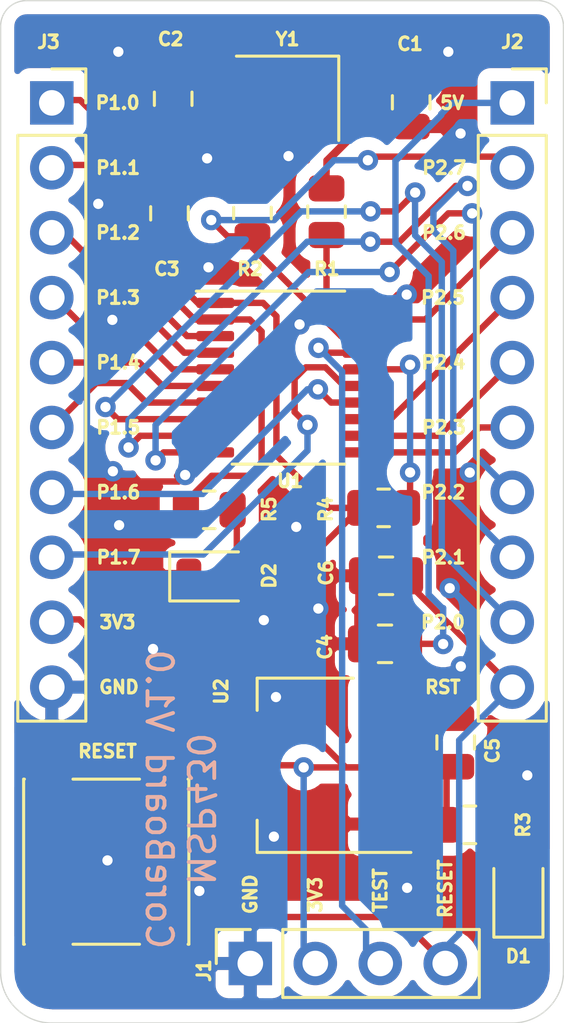
<source format=kicad_pcb>
(kicad_pcb (version 20171130) (host pcbnew "(5.1.10)-1")

  (general
    (thickness 1.6)
    (drawings 33)
    (tracks 288)
    (zones 0)
    (modules 20)
    (nets 26)
  )

  (page A4)
  (layers
    (0 F.Cu signal)
    (31 B.Cu signal)
    (32 B.Adhes user)
    (33 F.Adhes user)
    (34 B.Paste user)
    (35 F.Paste user)
    (36 B.SilkS user)
    (37 F.SilkS user)
    (38 B.Mask user)
    (39 F.Mask user)
    (40 Dwgs.User user)
    (41 Cmts.User user)
    (42 Eco1.User user)
    (43 Eco2.User user)
    (44 Edge.Cuts user)
    (45 Margin user)
    (46 B.CrtYd user)
    (47 F.CrtYd user)
    (48 B.Fab user)
    (49 F.Fab user)
  )

  (setup
    (last_trace_width 0.25)
    (trace_clearance 0.2)
    (zone_clearance 0.508)
    (zone_45_only no)
    (trace_min 0.2)
    (via_size 0.8)
    (via_drill 0.4)
    (via_min_size 0.4)
    (via_min_drill 0.3)
    (uvia_size 0.3)
    (uvia_drill 0.1)
    (uvias_allowed no)
    (uvia_min_size 0.2)
    (uvia_min_drill 0.1)
    (edge_width 0.05)
    (segment_width 0.2)
    (pcb_text_width 0.3)
    (pcb_text_size 1.5 1.5)
    (mod_edge_width 0.12)
    (mod_text_size 1 1)
    (mod_text_width 0.15)
    (pad_size 1.7 1.7)
    (pad_drill 1)
    (pad_to_mask_clearance 0)
    (aux_axis_origin 0 0)
    (visible_elements 7FFFFFFF)
    (pcbplotparams
      (layerselection 0x010fc_ffffffff)
      (usegerberextensions false)
      (usegerberattributes true)
      (usegerberadvancedattributes true)
      (creategerberjobfile true)
      (excludeedgelayer true)
      (linewidth 0.100000)
      (plotframeref false)
      (viasonmask false)
      (mode 1)
      (useauxorigin false)
      (hpglpennumber 1)
      (hpglpenspeed 20)
      (hpglpendiameter 15.000000)
      (psnegative false)
      (psa4output false)
      (plotreference true)
      (plotvalue true)
      (plotinvisibletext false)
      (padsonsilk false)
      (subtractmaskfromsilk false)
      (outputformat 1)
      (mirror false)
      (drillshape 0)
      (scaleselection 1)
      (outputdirectory "Gerbers/"))
  )

  (net 0 "")
  (net 1 GND)
  (net 2 "Net-(C1-Pad1)")
  (net 3 "Net-(C2-Pad1)")
  (net 4 +3V3)
  (net 5 +5V)
  (net 6 "Net-(D1-Pad2)")
  (net 7 "Net-(D2-Pad2)")
  (net 8 /TEST)
  (net 9 /RST)
  (net 10 /X2)
  (net 11 /X1)
  (net 12 "Net-(J2-Pad4)")
  (net 13 "Net-(J2-Pad5)")
  (net 14 "Net-(J2-Pad6)")
  (net 15 "Net-(J2-Pad7)")
  (net 16 "Net-(J2-Pad8)")
  (net 17 "Net-(J2-Pad9)")
  (net 18 "Net-(J3-Pad8)")
  (net 19 "Net-(J3-Pad7)")
  (net 20 "Net-(J3-Pad6)")
  (net 21 "Net-(J3-Pad5)")
  (net 22 "Net-(J3-Pad4)")
  (net 23 "Net-(J3-Pad3)")
  (net 24 "Net-(J3-Pad2)")
  (net 25 "Net-(J3-Pad1)")

  (net_class Default "This is the default net class."
    (clearance 0.2)
    (trace_width 0.25)
    (via_dia 0.8)
    (via_drill 0.4)
    (uvia_dia 0.3)
    (uvia_drill 0.1)
    (add_net +3V3)
    (add_net +5V)
    (add_net /RST)
    (add_net /TEST)
    (add_net /X1)
    (add_net /X2)
    (add_net GND)
    (add_net "Net-(C1-Pad1)")
    (add_net "Net-(C2-Pad1)")
    (add_net "Net-(D1-Pad2)")
    (add_net "Net-(D2-Pad2)")
    (add_net "Net-(J2-Pad4)")
    (add_net "Net-(J2-Pad5)")
    (add_net "Net-(J2-Pad6)")
    (add_net "Net-(J2-Pad7)")
    (add_net "Net-(J2-Pad8)")
    (add_net "Net-(J2-Pad9)")
    (add_net "Net-(J3-Pad1)")
    (add_net "Net-(J3-Pad2)")
    (add_net "Net-(J3-Pad3)")
    (add_net "Net-(J3-Pad4)")
    (add_net "Net-(J3-Pad5)")
    (add_net "Net-(J3-Pad6)")
    (add_net "Net-(J3-Pad7)")
    (add_net "Net-(J3-Pad8)")
  )

  (module Capacitor_SMD:C_0805_2012Metric (layer F.Cu) (tedit 5F68FEEE) (tstamp 60EDDE03)
    (at 101.04882 81.9785 270)
    (descr "Capacitor SMD 0805 (2012 Metric), square (rectangular) end terminal, IPC_7351 nominal, (Body size source: IPC-SM-782 page 76, https://www.pcb-3d.com/wordpress/wp-content/uploads/ipc-sm-782a_amendment_1_and_2.pdf, https://docs.google.com/spreadsheets/d/1BsfQQcO9C6DZCsRaXUlFlo91Tg2WpOkGARC1WS5S8t0/edit?usp=sharing), generated with kicad-footprint-generator")
    (tags capacitor)
    (path /60EEF40B)
    (attr smd)
    (fp_text reference C1 (at -2.28346 0.04572 180) (layer F.SilkS)
      (effects (font (size 0.5 0.5) (thickness 0.125)))
    )
    (fp_text value 18pF (at 0 1.68 90) (layer F.Fab)
      (effects (font (size 1 1) (thickness 0.15)))
    )
    (fp_line (start -1 0.625) (end -1 -0.625) (layer F.Fab) (width 0.1))
    (fp_line (start -1 -0.625) (end 1 -0.625) (layer F.Fab) (width 0.1))
    (fp_line (start 1 -0.625) (end 1 0.625) (layer F.Fab) (width 0.1))
    (fp_line (start 1 0.625) (end -1 0.625) (layer F.Fab) (width 0.1))
    (fp_line (start -0.261252 -0.735) (end 0.261252 -0.735) (layer F.SilkS) (width 0.12))
    (fp_line (start -0.261252 0.735) (end 0.261252 0.735) (layer F.SilkS) (width 0.12))
    (fp_line (start -1.7 0.98) (end -1.7 -0.98) (layer F.CrtYd) (width 0.05))
    (fp_line (start -1.7 -0.98) (end 1.7 -0.98) (layer F.CrtYd) (width 0.05))
    (fp_line (start 1.7 -0.98) (end 1.7 0.98) (layer F.CrtYd) (width 0.05))
    (fp_line (start 1.7 0.98) (end -1.7 0.98) (layer F.CrtYd) (width 0.05))
    (fp_text user %R (at 0 0 90) (layer F.Fab)
      (effects (font (size 0.5 0.5) (thickness 0.08)))
    )
    (pad 2 smd roundrect (at 0.95 0 270) (size 1 1.45) (layers F.Cu F.Paste F.Mask) (roundrect_rratio 0.25)
      (net 1 GND))
    (pad 1 smd roundrect (at -0.95 0 270) (size 1 1.45) (layers F.Cu F.Paste F.Mask) (roundrect_rratio 0.25)
      (net 2 "Net-(C1-Pad1)"))
    (model ${KISYS3DMOD}/Capacitor_SMD.3dshapes/C_0805_2012Metric.wrl
      (at (xyz 0 0 0))
      (scale (xyz 1 1 1))
      (rotate (xyz 0 0 0))
    )
  )

  (module Capacitor_SMD:C_0805_2012Metric (layer F.Cu) (tedit 5F68FEEE) (tstamp 60EDDE14)
    (at 91.7448 81.8388 90)
    (descr "Capacitor SMD 0805 (2012 Metric), square (rectangular) end terminal, IPC_7351 nominal, (Body size source: IPC-SM-782 page 76, https://www.pcb-3d.com/wordpress/wp-content/uploads/ipc-sm-782a_amendment_1_and_2.pdf, https://docs.google.com/spreadsheets/d/1BsfQQcO9C6DZCsRaXUlFlo91Tg2WpOkGARC1WS5S8t0/edit?usp=sharing), generated with kicad-footprint-generator")
    (tags capacitor)
    (path /60EEFD6C)
    (attr smd)
    (fp_text reference C2 (at 2.33172 -0.09906 180) (layer F.SilkS)
      (effects (font (size 0.5 0.5) (thickness 0.125)))
    )
    (fp_text value 18pF (at 0 1.68 90) (layer F.Fab)
      (effects (font (size 1 1) (thickness 0.15)))
    )
    (fp_line (start 1.7 0.98) (end -1.7 0.98) (layer F.CrtYd) (width 0.05))
    (fp_line (start 1.7 -0.98) (end 1.7 0.98) (layer F.CrtYd) (width 0.05))
    (fp_line (start -1.7 -0.98) (end 1.7 -0.98) (layer F.CrtYd) (width 0.05))
    (fp_line (start -1.7 0.98) (end -1.7 -0.98) (layer F.CrtYd) (width 0.05))
    (fp_line (start -0.261252 0.735) (end 0.261252 0.735) (layer F.SilkS) (width 0.12))
    (fp_line (start -0.261252 -0.735) (end 0.261252 -0.735) (layer F.SilkS) (width 0.12))
    (fp_line (start 1 0.625) (end -1 0.625) (layer F.Fab) (width 0.1))
    (fp_line (start 1 -0.625) (end 1 0.625) (layer F.Fab) (width 0.1))
    (fp_line (start -1 -0.625) (end 1 -0.625) (layer F.Fab) (width 0.1))
    (fp_line (start -1 0.625) (end -1 -0.625) (layer F.Fab) (width 0.1))
    (fp_text user %R (at 0 0 90) (layer F.Fab)
      (effects (font (size 0.5 0.5) (thickness 0.08)))
    )
    (pad 1 smd roundrect (at -0.95 0 90) (size 1 1.45) (layers F.Cu F.Paste F.Mask) (roundrect_rratio 0.25)
      (net 3 "Net-(C2-Pad1)"))
    (pad 2 smd roundrect (at 0.95 0 90) (size 1 1.45) (layers F.Cu F.Paste F.Mask) (roundrect_rratio 0.25)
      (net 1 GND))
    (model ${KISYS3DMOD}/Capacitor_SMD.3dshapes/C_0805_2012Metric.wrl
      (at (xyz 0 0 0))
      (scale (xyz 1 1 1))
      (rotate (xyz 0 0 0))
    )
  )

  (module Capacitor_SMD:C_0805_2012Metric (layer F.Cu) (tedit 5F68FEEE) (tstamp 60EDDE25)
    (at 91.60002 86.3219 270)
    (descr "Capacitor SMD 0805 (2012 Metric), square (rectangular) end terminal, IPC_7351 nominal, (Body size source: IPC-SM-782 page 76, https://www.pcb-3d.com/wordpress/wp-content/uploads/ipc-sm-782a_amendment_1_and_2.pdf, https://docs.google.com/spreadsheets/d/1BsfQQcO9C6DZCsRaXUlFlo91Tg2WpOkGARC1WS5S8t0/edit?usp=sharing), generated with kicad-footprint-generator")
    (tags capacitor)
    (path /60EDC807)
    (attr smd)
    (fp_text reference C3 (at 2.1781 0.10002) (layer F.SilkS)
      (effects (font (size 0.5 0.5) (thickness 0.125)))
    )
    (fp_text value 100nF (at 0 1.68 90) (layer F.Fab)
      (effects (font (size 1 1) (thickness 0.15)))
    )
    (fp_line (start 1.7 0.98) (end -1.7 0.98) (layer F.CrtYd) (width 0.05))
    (fp_line (start 1.7 -0.98) (end 1.7 0.98) (layer F.CrtYd) (width 0.05))
    (fp_line (start -1.7 -0.98) (end 1.7 -0.98) (layer F.CrtYd) (width 0.05))
    (fp_line (start -1.7 0.98) (end -1.7 -0.98) (layer F.CrtYd) (width 0.05))
    (fp_line (start -0.261252 0.735) (end 0.261252 0.735) (layer F.SilkS) (width 0.12))
    (fp_line (start -0.261252 -0.735) (end 0.261252 -0.735) (layer F.SilkS) (width 0.12))
    (fp_line (start 1 0.625) (end -1 0.625) (layer F.Fab) (width 0.1))
    (fp_line (start 1 -0.625) (end 1 0.625) (layer F.Fab) (width 0.1))
    (fp_line (start -1 -0.625) (end 1 -0.625) (layer F.Fab) (width 0.1))
    (fp_line (start -1 0.625) (end -1 -0.625) (layer F.Fab) (width 0.1))
    (fp_text user %R (at 0 0 90) (layer F.Fab)
      (effects (font (size 0.5 0.5) (thickness 0.08)))
    )
    (pad 1 smd roundrect (at -0.95 0 270) (size 1 1.45) (layers F.Cu F.Paste F.Mask) (roundrect_rratio 0.25)
      (net 1 GND))
    (pad 2 smd roundrect (at 0.95 0 270) (size 1 1.45) (layers F.Cu F.Paste F.Mask) (roundrect_rratio 0.25)
      (net 4 +3V3))
    (model ${KISYS3DMOD}/Capacitor_SMD.3dshapes/C_0805_2012Metric.wrl
      (at (xyz 0 0 0))
      (scale (xyz 1 1 1))
      (rotate (xyz 0 0 0))
    )
  )

  (module Capacitor_SMD:C_0805_2012Metric (layer F.Cu) (tedit 5F68FEEE) (tstamp 60EDDE36)
    (at 100.0252 103.16464 180)
    (descr "Capacitor SMD 0805 (2012 Metric), square (rectangular) end terminal, IPC_7351 nominal, (Body size source: IPC-SM-782 page 76, https://www.pcb-3d.com/wordpress/wp-content/uploads/ipc-sm-782a_amendment_1_and_2.pdf, https://docs.google.com/spreadsheets/d/1BsfQQcO9C6DZCsRaXUlFlo91Tg2WpOkGARC1WS5S8t0/edit?usp=sharing), generated with kicad-footprint-generator")
    (tags capacitor)
    (path /60F11A6F)
    (attr smd)
    (fp_text reference C4 (at 2.34442 -0.12192 90) (layer F.SilkS)
      (effects (font (size 0.5 0.5) (thickness 0.125)))
    )
    (fp_text value 100nF (at 0 1.68) (layer F.Fab)
      (effects (font (size 1 1) (thickness 0.15)))
    )
    (fp_line (start -1 0.625) (end -1 -0.625) (layer F.Fab) (width 0.1))
    (fp_line (start -1 -0.625) (end 1 -0.625) (layer F.Fab) (width 0.1))
    (fp_line (start 1 -0.625) (end 1 0.625) (layer F.Fab) (width 0.1))
    (fp_line (start 1 0.625) (end -1 0.625) (layer F.Fab) (width 0.1))
    (fp_line (start -0.261252 -0.735) (end 0.261252 -0.735) (layer F.SilkS) (width 0.12))
    (fp_line (start -0.261252 0.735) (end 0.261252 0.735) (layer F.SilkS) (width 0.12))
    (fp_line (start -1.7 0.98) (end -1.7 -0.98) (layer F.CrtYd) (width 0.05))
    (fp_line (start -1.7 -0.98) (end 1.7 -0.98) (layer F.CrtYd) (width 0.05))
    (fp_line (start 1.7 -0.98) (end 1.7 0.98) (layer F.CrtYd) (width 0.05))
    (fp_line (start 1.7 0.98) (end -1.7 0.98) (layer F.CrtYd) (width 0.05))
    (fp_text user %R (at 0 0) (layer F.Fab)
      (effects (font (size 0.5 0.5) (thickness 0.08)))
    )
    (pad 2 smd roundrect (at 0.95 0 180) (size 1 1.45) (layers F.Cu F.Paste F.Mask) (roundrect_rratio 0.25)
      (net 1 GND))
    (pad 1 smd roundrect (at -0.95 0 180) (size 1 1.45) (layers F.Cu F.Paste F.Mask) (roundrect_rratio 0.25)
      (net 5 +5V))
    (model ${KISYS3DMOD}/Capacitor_SMD.3dshapes/C_0805_2012Metric.wrl
      (at (xyz 0 0 0))
      (scale (xyz 1 1 1))
      (rotate (xyz 0 0 0))
    )
  )

  (module Capacitor_SMD:C_0805_2012Metric (layer F.Cu) (tedit 5F68FEEE) (tstamp 60EDDE47)
    (at 102.78872 107.0229 90)
    (descr "Capacitor SMD 0805 (2012 Metric), square (rectangular) end terminal, IPC_7351 nominal, (Body size source: IPC-SM-782 page 76, https://www.pcb-3d.com/wordpress/wp-content/uploads/ipc-sm-782a_amendment_1_and_2.pdf, https://docs.google.com/spreadsheets/d/1BsfQQcO9C6DZCsRaXUlFlo91Tg2WpOkGARC1WS5S8t0/edit?usp=sharing), generated with kicad-footprint-generator")
    (tags capacitor)
    (path /60F10F8F)
    (attr smd)
    (fp_text reference C5 (at -0.32258 1.44018 270) (layer F.SilkS)
      (effects (font (size 0.5 0.5) (thickness 0.125)))
    )
    (fp_text value 100nF (at 0 1.68 90) (layer F.Fab)
      (effects (font (size 1 1) (thickness 0.15)))
    )
    (fp_line (start 1.7 0.98) (end -1.7 0.98) (layer F.CrtYd) (width 0.05))
    (fp_line (start 1.7 -0.98) (end 1.7 0.98) (layer F.CrtYd) (width 0.05))
    (fp_line (start -1.7 -0.98) (end 1.7 -0.98) (layer F.CrtYd) (width 0.05))
    (fp_line (start -1.7 0.98) (end -1.7 -0.98) (layer F.CrtYd) (width 0.05))
    (fp_line (start -0.261252 0.735) (end 0.261252 0.735) (layer F.SilkS) (width 0.12))
    (fp_line (start -0.261252 -0.735) (end 0.261252 -0.735) (layer F.SilkS) (width 0.12))
    (fp_line (start 1 0.625) (end -1 0.625) (layer F.Fab) (width 0.1))
    (fp_line (start 1 -0.625) (end 1 0.625) (layer F.Fab) (width 0.1))
    (fp_line (start -1 -0.625) (end 1 -0.625) (layer F.Fab) (width 0.1))
    (fp_line (start -1 0.625) (end -1 -0.625) (layer F.Fab) (width 0.1))
    (fp_text user %R (at 0 0 90) (layer F.Fab)
      (effects (font (size 0.5 0.5) (thickness 0.08)))
    )
    (pad 1 smd roundrect (at -0.95 0 90) (size 1 1.45) (layers F.Cu F.Paste F.Mask) (roundrect_rratio 0.25)
      (net 4 +3V3))
    (pad 2 smd roundrect (at 0.95 0 90) (size 1 1.45) (layers F.Cu F.Paste F.Mask) (roundrect_rratio 0.25)
      (net 1 GND))
    (model ${KISYS3DMOD}/Capacitor_SMD.3dshapes/C_0805_2012Metric.wrl
      (at (xyz 0 0 0))
      (scale (xyz 1 1 1))
      (rotate (xyz 0 0 0))
    )
  )

  (module Connector_PinSocket_2.54mm:PinSocket_1x04_P2.54mm_Vertical (layer F.Cu) (tedit 5A19A429) (tstamp 60EDDE85)
    (at 94.75978 115.6716 90)
    (descr "Through hole straight socket strip, 1x04, 2.54mm pitch, single row (from Kicad 4.0.7), script generated")
    (tags "Through hole socket strip THT 1x04 2.54mm single row")
    (path /60ED6A54)
    (fp_text reference J1 (at -0.2794 -1.81102 270) (layer F.SilkS)
      (effects (font (size 0.5 0.5) (thickness 0.125)))
    )
    (fp_text value Conn_01x04_Female (at 17.76222 9.24306 90) (layer F.Fab)
      (effects (font (size 1 1) (thickness 0.15)))
    )
    (fp_line (start -1.8 9.4) (end -1.8 -1.8) (layer F.CrtYd) (width 0.05))
    (fp_line (start 1.75 9.4) (end -1.8 9.4) (layer F.CrtYd) (width 0.05))
    (fp_line (start 1.75 -1.8) (end 1.75 9.4) (layer F.CrtYd) (width 0.05))
    (fp_line (start -1.8 -1.8) (end 1.75 -1.8) (layer F.CrtYd) (width 0.05))
    (fp_line (start 0 -1.33) (end 1.33 -1.33) (layer F.SilkS) (width 0.12))
    (fp_line (start 1.33 -1.33) (end 1.33 0) (layer F.SilkS) (width 0.12))
    (fp_line (start 1.33 1.27) (end 1.33 8.95) (layer F.SilkS) (width 0.12))
    (fp_line (start -1.33 8.95) (end 1.33 8.95) (layer F.SilkS) (width 0.12))
    (fp_line (start -1.33 1.27) (end -1.33 8.95) (layer F.SilkS) (width 0.12))
    (fp_line (start -1.33 1.27) (end 1.33 1.27) (layer F.SilkS) (width 0.12))
    (fp_line (start -1.27 8.89) (end -1.27 -1.27) (layer F.Fab) (width 0.1))
    (fp_line (start 1.27 8.89) (end -1.27 8.89) (layer F.Fab) (width 0.1))
    (fp_line (start 1.27 -0.635) (end 1.27 8.89) (layer F.Fab) (width 0.1))
    (fp_line (start 0.635 -1.27) (end 1.27 -0.635) (layer F.Fab) (width 0.1))
    (fp_line (start -1.27 -1.27) (end 0.635 -1.27) (layer F.Fab) (width 0.1))
    (fp_text user %R (at 0 3.81) (layer F.Fab)
      (effects (font (size 1 1) (thickness 0.15)))
    )
    (pad 1 thru_hole rect (at 0 0 90) (size 1.7 1.7) (drill 1) (layers *.Cu *.Mask)
      (net 1 GND))
    (pad 2 thru_hole oval (at 0 2.54 90) (size 1.7 1.7) (drill 1) (layers *.Cu *.Mask)
      (net 4 +3V3))
    (pad 3 thru_hole oval (at 0 5.08 90) (size 1.7 1.7) (drill 1) (layers *.Cu *.Mask)
      (net 8 /TEST))
    (pad 4 thru_hole oval (at 0 7.62 90) (size 1.7 1.7) (drill 1) (layers *.Cu *.Mask)
      (net 9 /RST))
    (model ${KISYS3DMOD}/Connector_PinSocket_2.54mm.3dshapes/PinSocket_1x04_P2.54mm_Vertical.wrl
      (at (xyz 0 0 0))
      (scale (xyz 1 1 1))
      (rotate (xyz 0 0 0))
    )
  )

  (module Connector_PinSocket_2.54mm:PinSocket_1x10_P2.54mm_Vertical (layer F.Cu) (tedit 60ED7303) (tstamp 60EDDEA3)
    (at 105 82)
    (descr "Through hole straight socket strip, 1x10, 2.54mm pitch, single row (from Kicad 4.0.7), script generated")
    (tags "Through hole socket strip THT 1x10 2.54mm single row")
    (path /60EE45AD)
    (fp_text reference J2 (at 0.00614 -2.3837) (layer F.SilkS)
      (effects (font (size 0.5 0.5) (thickness 0.125)))
    )
    (fp_text value Conn_01x10_Male (at -1.72868 27.0295 90) (layer F.Fab)
      (effects (font (size 1 1) (thickness 0.15)))
    )
    (fp_line (start -1.8 24.6) (end -1.8 -1.8) (layer F.CrtYd) (width 0.05))
    (fp_line (start 1.75 24.6) (end -1.8 24.6) (layer F.CrtYd) (width 0.05))
    (fp_line (start 1.75 -1.8) (end 1.75 24.6) (layer F.CrtYd) (width 0.05))
    (fp_line (start -1.8 -1.8) (end 1.75 -1.8) (layer F.CrtYd) (width 0.05))
    (fp_line (start 0 -1.33) (end 1.33 -1.33) (layer F.SilkS) (width 0.12))
    (fp_line (start 1.33 -1.33) (end 1.33 0) (layer F.SilkS) (width 0.12))
    (fp_line (start 1.33 1.27) (end 1.33 24.19) (layer F.SilkS) (width 0.12))
    (fp_line (start -1.33 24.19) (end 1.33 24.19) (layer F.SilkS) (width 0.12))
    (fp_line (start -1.33 1.27) (end -1.33 24.19) (layer F.SilkS) (width 0.12))
    (fp_line (start -1.33 1.27) (end 1.33 1.27) (layer F.SilkS) (width 0.12))
    (fp_line (start -1.27 24.13) (end -1.27 -1.27) (layer F.Fab) (width 0.1))
    (fp_line (start 1.27 24.13) (end -1.27 24.13) (layer F.Fab) (width 0.1))
    (fp_line (start 1.27 -0.635) (end 1.27 24.13) (layer F.Fab) (width 0.1))
    (fp_line (start 0.635 -1.27) (end 1.27 -0.635) (layer F.Fab) (width 0.1))
    (fp_line (start -1.27 -1.27) (end 0.635 -1.27) (layer F.Fab) (width 0.1))
    (fp_text user %R (at 0 11.43 90) (layer F.Fab)
      (effects (font (size 1 1) (thickness 0.15)))
    )
    (pad 1 thru_hole rect (at 0 0) (size 1.7 1.7) (drill 1) (layers *.Cu *.Mask)
      (net 5 +5V))
    (pad 2 thru_hole oval (at 0 2.54) (size 1.7 1.7) (drill 1) (layers *.Cu *.Mask)
      (net 10 /X2))
    (pad 3 thru_hole oval (at 0 5.08) (size 1.7 1.7) (drill 1) (layers *.Cu *.Mask)
      (net 11 /X1))
    (pad 4 thru_hole oval (at 0 7.62) (size 1.7 1.7) (drill 1) (layers *.Cu *.Mask)
      (net 12 "Net-(J2-Pad4)"))
    (pad 5 thru_hole oval (at 0 10.16) (size 1.7 1.7) (drill 1) (layers *.Cu *.Mask)
      (net 13 "Net-(J2-Pad5)"))
    (pad 6 thru_hole oval (at 0 12.7) (size 1.7 1.7) (drill 1) (layers *.Cu *.Mask)
      (net 14 "Net-(J2-Pad6)"))
    (pad 7 thru_hole oval (at 0 15.24) (size 1.7 1.7) (drill 1) (layers *.Cu *.Mask)
      (net 15 "Net-(J2-Pad7)"))
    (pad 8 thru_hole oval (at 0 17.78) (size 1.7 1.7) (drill 1) (layers *.Cu *.Mask)
      (net 16 "Net-(J2-Pad8)"))
    (pad 9 thru_hole oval (at 0 20.32) (size 1.7 1.7) (drill 1) (layers *.Cu *.Mask)
      (net 17 "Net-(J2-Pad9)"))
    (pad 10 thru_hole oval (at 0 22.86) (size 1.7 1.7) (drill 1) (layers *.Cu *.Mask)
      (net 9 /RST))
    (model ${KISYS3DMOD}/Connector_PinSocket_2.54mm.3dshapes/PinSocket_1x10_P2.54mm_Vertical.wrl
      (at (xyz 0 0 0))
      (scale (xyz 1 1 1))
      (rotate (xyz 0 0 0))
    )
  )

  (module Connector_PinSocket_2.54mm:PinSocket_1x10_P2.54mm_Vertical (layer F.Cu) (tedit 5A19A425) (tstamp 60EDDEC1)
    (at 87 82)
    (descr "Through hole straight socket strip, 1x10, 2.54mm pitch, single row (from Kicad 4.0.7), script generated")
    (tags "Through hole socket strip THT 1x10 2.54mm single row")
    (path /60EDDD03)
    (fp_text reference J3 (at -0.12692 -2.38252) (layer F.SilkS)
      (effects (font (size 0.5 0.5) (thickness 0.125)))
    )
    (fp_text value Conn_01x10_Male (at 2.78138 16.07312 90) (layer F.Fab)
      (effects (font (size 1 1) (thickness 0.15)))
    )
    (fp_line (start -1.27 -1.27) (end 0.635 -1.27) (layer F.Fab) (width 0.1))
    (fp_line (start 0.635 -1.27) (end 1.27 -0.635) (layer F.Fab) (width 0.1))
    (fp_line (start 1.27 -0.635) (end 1.27 24.13) (layer F.Fab) (width 0.1))
    (fp_line (start 1.27 24.13) (end -1.27 24.13) (layer F.Fab) (width 0.1))
    (fp_line (start -1.27 24.13) (end -1.27 -1.27) (layer F.Fab) (width 0.1))
    (fp_line (start -1.33 1.27) (end 1.33 1.27) (layer F.SilkS) (width 0.12))
    (fp_line (start -1.33 1.27) (end -1.33 24.19) (layer F.SilkS) (width 0.12))
    (fp_line (start -1.33 24.19) (end 1.33 24.19) (layer F.SilkS) (width 0.12))
    (fp_line (start 1.33 1.27) (end 1.33 24.19) (layer F.SilkS) (width 0.12))
    (fp_line (start 1.33 -1.33) (end 1.33 0) (layer F.SilkS) (width 0.12))
    (fp_line (start 0 -1.33) (end 1.33 -1.33) (layer F.SilkS) (width 0.12))
    (fp_line (start -1.8 -1.8) (end 1.75 -1.8) (layer F.CrtYd) (width 0.05))
    (fp_line (start 1.75 -1.8) (end 1.75 24.6) (layer F.CrtYd) (width 0.05))
    (fp_line (start 1.75 24.6) (end -1.8 24.6) (layer F.CrtYd) (width 0.05))
    (fp_line (start -1.8 24.6) (end -1.8 -1.8) (layer F.CrtYd) (width 0.05))
    (fp_text user %R (at 0 11.43 90) (layer F.Fab)
      (effects (font (size 1 1) (thickness 0.15)))
    )
    (pad 10 thru_hole oval (at 0 22.86) (size 1.7 1.7) (drill 1) (layers *.Cu *.Mask)
      (net 1 GND))
    (pad 9 thru_hole oval (at 0 20.32) (size 1.7 1.7) (drill 1) (layers *.Cu *.Mask)
      (net 4 +3V3))
    (pad 8 thru_hole oval (at 0 17.78) (size 1.7 1.7) (drill 1) (layers *.Cu *.Mask)
      (net 18 "Net-(J3-Pad8)"))
    (pad 7 thru_hole oval (at 0 15.24) (size 1.7 1.7) (drill 1) (layers *.Cu *.Mask)
      (net 19 "Net-(J3-Pad7)"))
    (pad 6 thru_hole oval (at 0 12.7) (size 1.7 1.7) (drill 1) (layers *.Cu *.Mask)
      (net 20 "Net-(J3-Pad6)"))
    (pad 5 thru_hole oval (at 0 10.16) (size 1.7 1.7) (drill 1) (layers *.Cu *.Mask)
      (net 21 "Net-(J3-Pad5)"))
    (pad 4 thru_hole oval (at 0 7.62) (size 1.7 1.7) (drill 1) (layers *.Cu *.Mask)
      (net 22 "Net-(J3-Pad4)"))
    (pad 3 thru_hole oval (at 0 5.08) (size 1.7 1.7) (drill 1) (layers *.Cu *.Mask)
      (net 23 "Net-(J3-Pad3)"))
    (pad 2 thru_hole oval (at 0 2.54) (size 1.7 1.7) (drill 1) (layers *.Cu *.Mask)
      (net 24 "Net-(J3-Pad2)"))
    (pad 1 thru_hole rect (at 0 0) (size 1.7 1.7) (drill 1) (layers *.Cu *.Mask)
      (net 25 "Net-(J3-Pad1)"))
    (model ${KISYS3DMOD}/Connector_PinSocket_2.54mm.3dshapes/PinSocket_1x10_P2.54mm_Vertical.wrl
      (at (xyz 0 0 0))
      (scale (xyz 1 1 1))
      (rotate (xyz 0 0 0))
    )
  )

  (module Resistor_SMD:R_0805_2012Metric (layer F.Cu) (tedit 5F68FEEE) (tstamp 60EDDED2)
    (at 97.7392 86.2584 90)
    (descr "Resistor SMD 0805 (2012 Metric), square (rectangular) end terminal, IPC_7351 nominal, (Body size source: IPC-SM-782 page 72, https://www.pcb-3d.com/wordpress/wp-content/uploads/ipc-sm-782a_amendment_1_and_2.pdf), generated with kicad-footprint-generator")
    (tags resistor)
    (path /60EF327C)
    (attr smd)
    (fp_text reference R1 (at -2.2416 0.0108 180) (layer F.SilkS)
      (effects (font (size 0.5 0.5) (thickness 0.125)))
    )
    (fp_text value 0 (at 0 1.65 90) (layer F.Fab)
      (effects (font (size 1 1) (thickness 0.15)))
    )
    (fp_line (start 1.68 0.95) (end -1.68 0.95) (layer F.CrtYd) (width 0.05))
    (fp_line (start 1.68 -0.95) (end 1.68 0.95) (layer F.CrtYd) (width 0.05))
    (fp_line (start -1.68 -0.95) (end 1.68 -0.95) (layer F.CrtYd) (width 0.05))
    (fp_line (start -1.68 0.95) (end -1.68 -0.95) (layer F.CrtYd) (width 0.05))
    (fp_line (start -0.227064 0.735) (end 0.227064 0.735) (layer F.SilkS) (width 0.12))
    (fp_line (start -0.227064 -0.735) (end 0.227064 -0.735) (layer F.SilkS) (width 0.12))
    (fp_line (start 1 0.625) (end -1 0.625) (layer F.Fab) (width 0.1))
    (fp_line (start 1 -0.625) (end 1 0.625) (layer F.Fab) (width 0.1))
    (fp_line (start -1 -0.625) (end 1 -0.625) (layer F.Fab) (width 0.1))
    (fp_line (start -1 0.625) (end -1 -0.625) (layer F.Fab) (width 0.1))
    (fp_text user %R (at 0 0 90) (layer F.Fab)
      (effects (font (size 0.5 0.5) (thickness 0.08)))
    )
    (pad 1 smd roundrect (at -0.9125 0 90) (size 1.025 1.4) (layers F.Cu F.Paste F.Mask) (roundrect_rratio 0.2439004878048781)
      (net 11 /X1))
    (pad 2 smd roundrect (at 0.9125 0 90) (size 1.025 1.4) (layers F.Cu F.Paste F.Mask) (roundrect_rratio 0.2439004878048781)
      (net 2 "Net-(C1-Pad1)"))
    (model ${KISYS3DMOD}/Resistor_SMD.3dshapes/R_0805_2012Metric.wrl
      (at (xyz 0 0 0))
      (scale (xyz 1 1 1))
      (rotate (xyz 0 0 0))
    )
  )

  (module Resistor_SMD:R_0805_2012Metric (layer F.Cu) (tedit 5F68FEEE) (tstamp 60EDDEE3)
    (at 94.8436 86.3092 90)
    (descr "Resistor SMD 0805 (2012 Metric), square (rectangular) end terminal, IPC_7351 nominal, (Body size source: IPC-SM-782 page 72, https://www.pcb-3d.com/wordpress/wp-content/uploads/ipc-sm-782a_amendment_1_and_2.pdf), generated with kicad-footprint-generator")
    (tags resistor)
    (path /60EF36B8)
    (attr smd)
    (fp_text reference R2 (at -2.1908 -0.0936 180) (layer F.SilkS)
      (effects (font (size 0.5 0.5) (thickness 0.125)))
    )
    (fp_text value 0 (at 0 1.65 90) (layer F.Fab)
      (effects (font (size 1 1) (thickness 0.15)))
    )
    (fp_line (start -1 0.625) (end -1 -0.625) (layer F.Fab) (width 0.1))
    (fp_line (start -1 -0.625) (end 1 -0.625) (layer F.Fab) (width 0.1))
    (fp_line (start 1 -0.625) (end 1 0.625) (layer F.Fab) (width 0.1))
    (fp_line (start 1 0.625) (end -1 0.625) (layer F.Fab) (width 0.1))
    (fp_line (start -0.227064 -0.735) (end 0.227064 -0.735) (layer F.SilkS) (width 0.12))
    (fp_line (start -0.227064 0.735) (end 0.227064 0.735) (layer F.SilkS) (width 0.12))
    (fp_line (start -1.68 0.95) (end -1.68 -0.95) (layer F.CrtYd) (width 0.05))
    (fp_line (start -1.68 -0.95) (end 1.68 -0.95) (layer F.CrtYd) (width 0.05))
    (fp_line (start 1.68 -0.95) (end 1.68 0.95) (layer F.CrtYd) (width 0.05))
    (fp_line (start 1.68 0.95) (end -1.68 0.95) (layer F.CrtYd) (width 0.05))
    (fp_text user %R (at 0 0 90) (layer F.Fab)
      (effects (font (size 0.5 0.5) (thickness 0.08)))
    )
    (pad 2 smd roundrect (at 0.9125 0 90) (size 1.025 1.4) (layers F.Cu F.Paste F.Mask) (roundrect_rratio 0.2439004878048781)
      (net 3 "Net-(C2-Pad1)"))
    (pad 1 smd roundrect (at -0.9125 0 90) (size 1.025 1.4) (layers F.Cu F.Paste F.Mask) (roundrect_rratio 0.2439004878048781)
      (net 10 /X2))
    (model ${KISYS3DMOD}/Resistor_SMD.3dshapes/R_0805_2012Metric.wrl
      (at (xyz 0 0 0))
      (scale (xyz 1 1 1))
      (rotate (xyz 0 0 0))
    )
  )

  (module Resistor_SMD:R_0805_2012Metric (layer F.Cu) (tedit 5F68FEEE) (tstamp 60EDDEF4)
    (at 103.34498 110.24616 180)
    (descr "Resistor SMD 0805 (2012 Metric), square (rectangular) end terminal, IPC_7351 nominal, (Body size source: IPC-SM-782 page 72, https://www.pcb-3d.com/wordpress/wp-content/uploads/ipc-sm-782a_amendment_1_and_2.pdf), generated with kicad-footprint-generator")
    (tags resistor)
    (path /60F2417E)
    (attr smd)
    (fp_text reference R3 (at -2.08026 0 270) (layer F.SilkS)
      (effects (font (size 0.5 0.5) (thickness 0.125)))
    )
    (fp_text value 470 (at 0 1.65) (layer F.Fab)
      (effects (font (size 1 1) (thickness 0.15)))
    )
    (fp_line (start -1 0.625) (end -1 -0.625) (layer F.Fab) (width 0.1))
    (fp_line (start -1 -0.625) (end 1 -0.625) (layer F.Fab) (width 0.1))
    (fp_line (start 1 -0.625) (end 1 0.625) (layer F.Fab) (width 0.1))
    (fp_line (start 1 0.625) (end -1 0.625) (layer F.Fab) (width 0.1))
    (fp_line (start -0.227064 -0.735) (end 0.227064 -0.735) (layer F.SilkS) (width 0.12))
    (fp_line (start -0.227064 0.735) (end 0.227064 0.735) (layer F.SilkS) (width 0.12))
    (fp_line (start -1.68 0.95) (end -1.68 -0.95) (layer F.CrtYd) (width 0.05))
    (fp_line (start -1.68 -0.95) (end 1.68 -0.95) (layer F.CrtYd) (width 0.05))
    (fp_line (start 1.68 -0.95) (end 1.68 0.95) (layer F.CrtYd) (width 0.05))
    (fp_line (start 1.68 0.95) (end -1.68 0.95) (layer F.CrtYd) (width 0.05))
    (fp_text user %R (at 0 0) (layer F.Fab)
      (effects (font (size 0.5 0.5) (thickness 0.08)))
    )
    (pad 2 smd roundrect (at 0.9125 0 180) (size 1.025 1.4) (layers F.Cu F.Paste F.Mask) (roundrect_rratio 0.2439004878048781)
      (net 4 +3V3))
    (pad 1 smd roundrect (at -0.9125 0 180) (size 1.025 1.4) (layers F.Cu F.Paste F.Mask) (roundrect_rratio 0.2439004878048781)
      (net 6 "Net-(D1-Pad2)"))
    (model ${KISYS3DMOD}/Resistor_SMD.3dshapes/R_0805_2012Metric.wrl
      (at (xyz 0 0 0))
      (scale (xyz 1 1 1))
      (rotate (xyz 0 0 0))
    )
  )

  (module Resistor_SMD:R_0805_2012Metric (layer F.Cu) (tedit 5F68FEEE) (tstamp 60EDDF05)
    (at 99.97186 97.84588)
    (descr "Resistor SMD 0805 (2012 Metric), square (rectangular) end terminal, IPC_7351 nominal, (Body size source: IPC-SM-782 page 72, https://www.pcb-3d.com/wordpress/wp-content/uploads/ipc-sm-782a_amendment_1_and_2.pdf), generated with kicad-footprint-generator")
    (tags resistor)
    (path /60ED9C76)
    (attr smd)
    (fp_text reference R4 (at -2.26568 0.05588 90) (layer F.SilkS)
      (effects (font (size 0.5 0.5) (thickness 0.125)))
    )
    (fp_text value 47k (at 0 1.65) (layer F.Fab)
      (effects (font (size 1 1) (thickness 0.15)))
    )
    (fp_line (start 1.68 0.95) (end -1.68 0.95) (layer F.CrtYd) (width 0.05))
    (fp_line (start 1.68 -0.95) (end 1.68 0.95) (layer F.CrtYd) (width 0.05))
    (fp_line (start -1.68 -0.95) (end 1.68 -0.95) (layer F.CrtYd) (width 0.05))
    (fp_line (start -1.68 0.95) (end -1.68 -0.95) (layer F.CrtYd) (width 0.05))
    (fp_line (start -0.227064 0.735) (end 0.227064 0.735) (layer F.SilkS) (width 0.12))
    (fp_line (start -0.227064 -0.735) (end 0.227064 -0.735) (layer F.SilkS) (width 0.12))
    (fp_line (start 1 0.625) (end -1 0.625) (layer F.Fab) (width 0.1))
    (fp_line (start 1 -0.625) (end 1 0.625) (layer F.Fab) (width 0.1))
    (fp_line (start -1 -0.625) (end 1 -0.625) (layer F.Fab) (width 0.1))
    (fp_line (start -1 0.625) (end -1 -0.625) (layer F.Fab) (width 0.1))
    (fp_text user %R (at 0 0) (layer F.Fab)
      (effects (font (size 0.5 0.5) (thickness 0.08)))
    )
    (pad 1 smd roundrect (at -0.9125 0) (size 1.025 1.4) (layers F.Cu F.Paste F.Mask) (roundrect_rratio 0.2439004878048781)
      (net 4 +3V3))
    (pad 2 smd roundrect (at 0.9125 0) (size 1.025 1.4) (layers F.Cu F.Paste F.Mask) (roundrect_rratio 0.2439004878048781)
      (net 9 /RST))
    (model ${KISYS3DMOD}/Resistor_SMD.3dshapes/R_0805_2012Metric.wrl
      (at (xyz 0 0 0))
      (scale (xyz 1 1 1))
      (rotate (xyz 0 0 0))
    )
  )

  (module Resistor_SMD:R_0805_2012Metric (layer F.Cu) (tedit 5F68FEEE) (tstamp 60EDDF16)
    (at 93.1545 97.92208 180)
    (descr "Resistor SMD 0805 (2012 Metric), square (rectangular) end terminal, IPC_7351 nominal, (Body size source: IPC-SM-782 page 72, https://www.pcb-3d.com/wordpress/wp-content/uploads/ipc-sm-782a_amendment_1_and_2.pdf), generated with kicad-footprint-generator")
    (tags resistor)
    (path /60EF39C2)
    (attr smd)
    (fp_text reference R5 (at -2.3455 0.02032 90) (layer F.SilkS)
      (effects (font (size 0.5 0.5) (thickness 0.125)))
    )
    (fp_text value 470 (at 0 1.65) (layer F.Fab)
      (effects (font (size 1 1) (thickness 0.15)))
    )
    (fp_line (start 1.68 0.95) (end -1.68 0.95) (layer F.CrtYd) (width 0.05))
    (fp_line (start 1.68 -0.95) (end 1.68 0.95) (layer F.CrtYd) (width 0.05))
    (fp_line (start -1.68 -0.95) (end 1.68 -0.95) (layer F.CrtYd) (width 0.05))
    (fp_line (start -1.68 0.95) (end -1.68 -0.95) (layer F.CrtYd) (width 0.05))
    (fp_line (start -0.227064 0.735) (end 0.227064 0.735) (layer F.SilkS) (width 0.12))
    (fp_line (start -0.227064 -0.735) (end 0.227064 -0.735) (layer F.SilkS) (width 0.12))
    (fp_line (start 1 0.625) (end -1 0.625) (layer F.Fab) (width 0.1))
    (fp_line (start 1 -0.625) (end 1 0.625) (layer F.Fab) (width 0.1))
    (fp_line (start -1 -0.625) (end 1 -0.625) (layer F.Fab) (width 0.1))
    (fp_line (start -1 0.625) (end -1 -0.625) (layer F.Fab) (width 0.1))
    (fp_text user %R (at 0 0) (layer F.Fab)
      (effects (font (size 0.5 0.5) (thickness 0.08)))
    )
    (pad 1 smd roundrect (at -0.9125 0 180) (size 1.025 1.4) (layers F.Cu F.Paste F.Mask) (roundrect_rratio 0.2439004878048781)
      (net 7 "Net-(D2-Pad2)"))
    (pad 2 smd roundrect (at 0.9125 0 180) (size 1.025 1.4) (layers F.Cu F.Paste F.Mask) (roundrect_rratio 0.2439004878048781)
      (net 25 "Net-(J3-Pad1)"))
    (model ${KISYS3DMOD}/Resistor_SMD.3dshapes/R_0805_2012Metric.wrl
      (at (xyz 0 0 0))
      (scale (xyz 1 1 1))
      (rotate (xyz 0 0 0))
    )
  )

  (module Package_TO_SOT_SMD:SOT-223-3_TabPin2 (layer F.Cu) (tedit 5A02FF57) (tstamp 60EDDF52)
    (at 96.93656 107.91698 180)
    (descr "module CMS SOT223 4 pins")
    (tags "CMS SOT")
    (path /60F0F925)
    (attr smd)
    (fp_text reference U2 (at 3.3147 2.89306 270) (layer F.SilkS)
      (effects (font (size 0.5 0.5) (thickness 0.125)))
    )
    (fp_text value AMS1117-3.3 (at 0 4.5) (layer F.Fab)
      (effects (font (size 1 1) (thickness 0.15)))
    )
    (fp_line (start 1.85 -3.35) (end 1.85 3.35) (layer F.Fab) (width 0.1))
    (fp_line (start -1.85 3.35) (end 1.85 3.35) (layer F.Fab) (width 0.1))
    (fp_line (start -4.1 -3.41) (end 1.91 -3.41) (layer F.SilkS) (width 0.12))
    (fp_line (start -0.85 -3.35) (end 1.85 -3.35) (layer F.Fab) (width 0.1))
    (fp_line (start -1.85 3.41) (end 1.91 3.41) (layer F.SilkS) (width 0.12))
    (fp_line (start -1.85 -2.35) (end -1.85 3.35) (layer F.Fab) (width 0.1))
    (fp_line (start -1.85 -2.35) (end -0.85 -3.35) (layer F.Fab) (width 0.1))
    (fp_line (start -4.4 -3.6) (end -4.4 3.6) (layer F.CrtYd) (width 0.05))
    (fp_line (start -4.4 3.6) (end 4.4 3.6) (layer F.CrtYd) (width 0.05))
    (fp_line (start 4.4 3.6) (end 4.4 -3.6) (layer F.CrtYd) (width 0.05))
    (fp_line (start 4.4 -3.6) (end -4.4 -3.6) (layer F.CrtYd) (width 0.05))
    (fp_line (start 1.91 -3.41) (end 1.91 -2.15) (layer F.SilkS) (width 0.12))
    (fp_line (start 1.91 3.41) (end 1.91 2.15) (layer F.SilkS) (width 0.12))
    (fp_text user %R (at 0 0 90) (layer F.Fab)
      (effects (font (size 0.8 0.8) (thickness 0.12)))
    )
    (pad 2 smd rect (at 3.15 0 180) (size 2 3.8) (layers F.Cu F.Paste F.Mask)
      (net 4 +3V3))
    (pad 2 smd rect (at -3.15 0 180) (size 2 1.5) (layers F.Cu F.Paste F.Mask)
      (net 4 +3V3))
    (pad 3 smd rect (at -3.15 2.3 180) (size 2 1.5) (layers F.Cu F.Paste F.Mask)
      (net 5 +5V))
    (pad 1 smd rect (at -3.15 -2.3 180) (size 2 1.5) (layers F.Cu F.Paste F.Mask)
      (net 1 GND))
    (model ${KISYS3DMOD}/Package_TO_SOT_SMD.3dshapes/SOT-223.wrl
      (at (xyz 0 0 0))
      (scale (xyz 1 1 1))
      (rotate (xyz 0 0 0))
    )
  )

  (module LED_SMD:LED_0805_2012Metric (layer F.Cu) (tedit 5F68FEF1) (tstamp 60EE4668)
    (at 105.23982 112.95634 90)
    (descr "LED SMD 0805 (2012 Metric), square (rectangular) end terminal, IPC_7351 nominal, (Body size source: https://docs.google.com/spreadsheets/d/1BsfQQcO9C6DZCsRaXUlFlo91Tg2WpOkGARC1WS5S8t0/edit?usp=sharing), generated with kicad-footprint-generator")
    (tags LED)
    (path /60F24185)
    (attr smd)
    (fp_text reference D1 (at -2.43332 0) (layer F.SilkS)
      (effects (font (size 0.5 0.5) (thickness 0.125)))
    )
    (fp_text value RED (at 0.14986 0.21082 90) (layer F.Fab)
      (effects (font (size 1 1) (thickness 0.15)))
    )
    (fp_line (start 1.68 0.95) (end -1.68 0.95) (layer F.CrtYd) (width 0.05))
    (fp_line (start 1.68 -0.95) (end 1.68 0.95) (layer F.CrtYd) (width 0.05))
    (fp_line (start -1.68 -0.95) (end 1.68 -0.95) (layer F.CrtYd) (width 0.05))
    (fp_line (start -1.68 0.95) (end -1.68 -0.95) (layer F.CrtYd) (width 0.05))
    (fp_line (start -1.685 0.96) (end 1 0.96) (layer F.SilkS) (width 0.12))
    (fp_line (start -1.685 -0.96) (end -1.685 0.96) (layer F.SilkS) (width 0.12))
    (fp_line (start 1 -0.96) (end -1.685 -0.96) (layer F.SilkS) (width 0.12))
    (fp_line (start 1 0.6) (end 1 -0.6) (layer F.Fab) (width 0.1))
    (fp_line (start -1 0.6) (end 1 0.6) (layer F.Fab) (width 0.1))
    (fp_line (start -1 -0.3) (end -1 0.6) (layer F.Fab) (width 0.1))
    (fp_line (start -0.7 -0.6) (end -1 -0.3) (layer F.Fab) (width 0.1))
    (fp_line (start 1 -0.6) (end -0.7 -0.6) (layer F.Fab) (width 0.1))
    (fp_text user %R (at 0 0 90) (layer F.Fab)
      (effects (font (size 0.5 0.5) (thickness 0.08)))
    )
    (pad 1 smd roundrect (at -0.9375 0 90) (size 0.975 1.4) (layers F.Cu F.Paste F.Mask) (roundrect_rratio 0.25)
      (net 1 GND))
    (pad 2 smd roundrect (at 0.9375 0 90) (size 0.975 1.4) (layers F.Cu F.Paste F.Mask) (roundrect_rratio 0.25)
      (net 6 "Net-(D1-Pad2)"))
    (model ${KISYS3DMOD}/LED_SMD.3dshapes/LED_0805_2012Metric.wrl
      (at (xyz 0 0 0))
      (scale (xyz 1 1 1))
      (rotate (xyz 0 0 0))
    )
  )

  (module LED_SMD:LED_0805_2012Metric (layer F.Cu) (tedit 5F68FEF1) (tstamp 60EE0BD9)
    (at 93.2942 100.52812)
    (descr "LED SMD 0805 (2012 Metric), square (rectangular) end terminal, IPC_7351 nominal, (Body size source: https://docs.google.com/spreadsheets/d/1BsfQQcO9C6DZCsRaXUlFlo91Tg2WpOkGARC1WS5S8t0/edit?usp=sharing), generated with kicad-footprint-generator")
    (tags LED)
    (path /60EF4EE7)
    (attr smd)
    (fp_text reference D2 (at 2.2058 -0.0254 90) (layer F.SilkS)
      (effects (font (size 0.5 0.5) (thickness 0.125)))
    )
    (fp_text value RED (at 0 1.65) (layer F.Fab)
      (effects (font (size 1 1) (thickness 0.15)))
    )
    (fp_line (start 1 -0.6) (end -0.7 -0.6) (layer F.Fab) (width 0.1))
    (fp_line (start -0.7 -0.6) (end -1 -0.3) (layer F.Fab) (width 0.1))
    (fp_line (start -1 -0.3) (end -1 0.6) (layer F.Fab) (width 0.1))
    (fp_line (start -1 0.6) (end 1 0.6) (layer F.Fab) (width 0.1))
    (fp_line (start 1 0.6) (end 1 -0.6) (layer F.Fab) (width 0.1))
    (fp_line (start 1 -0.96) (end -1.685 -0.96) (layer F.SilkS) (width 0.12))
    (fp_line (start -1.685 -0.96) (end -1.685 0.96) (layer F.SilkS) (width 0.12))
    (fp_line (start -1.685 0.96) (end 1 0.96) (layer F.SilkS) (width 0.12))
    (fp_line (start -1.68 0.95) (end -1.68 -0.95) (layer F.CrtYd) (width 0.05))
    (fp_line (start -1.68 -0.95) (end 1.68 -0.95) (layer F.CrtYd) (width 0.05))
    (fp_line (start 1.68 -0.95) (end 1.68 0.95) (layer F.CrtYd) (width 0.05))
    (fp_line (start 1.68 0.95) (end -1.68 0.95) (layer F.CrtYd) (width 0.05))
    (fp_text user %R (at 0 0) (layer F.Fab)
      (effects (font (size 0.5 0.5) (thickness 0.08)))
    )
    (pad 2 smd roundrect (at 0.9375 0) (size 0.975 1.4) (layers F.Cu F.Paste F.Mask) (roundrect_rratio 0.25)
      (net 7 "Net-(D2-Pad2)"))
    (pad 1 smd roundrect (at -0.9375 0) (size 0.975 1.4) (layers F.Cu F.Paste F.Mask) (roundrect_rratio 0.25)
      (net 1 GND))
    (model ${KISYS3DMOD}/LED_SMD.3dshapes/LED_0805_2012Metric.wrl
      (at (xyz 0 0 0))
      (scale (xyz 1 1 1))
      (rotate (xyz 0 0 0))
    )
  )

  (module Capacitor_SMD:C_0805_2012Metric (layer F.Cu) (tedit 5F68FEEE) (tstamp 60EE0A5C)
    (at 100.06584 100.50272)
    (descr "Capacitor SMD 0805 (2012 Metric), square (rectangular) end terminal, IPC_7351 nominal, (Body size source: IPC-SM-782 page 76, https://www.pcb-3d.com/wordpress/wp-content/uploads/ipc-sm-782a_amendment_1_and_2.pdf, https://docs.google.com/spreadsheets/d/1BsfQQcO9C6DZCsRaXUlFlo91Tg2WpOkGARC1WS5S8t0/edit?usp=sharing), generated with kicad-footprint-generator")
    (tags capacitor)
    (path /60F4D233)
    (attr smd)
    (fp_text reference C6 (at -2.34442 -0.1143 90) (layer F.SilkS)
      (effects (font (size 0.5 0.5) (thickness 0.125)))
    )
    (fp_text value 100nF (at 0 1.68) (layer F.Fab)
      (effects (font (size 1 1) (thickness 0.15)))
    )
    (fp_line (start 1.7 0.98) (end -1.7 0.98) (layer F.CrtYd) (width 0.05))
    (fp_line (start 1.7 -0.98) (end 1.7 0.98) (layer F.CrtYd) (width 0.05))
    (fp_line (start -1.7 -0.98) (end 1.7 -0.98) (layer F.CrtYd) (width 0.05))
    (fp_line (start -1.7 0.98) (end -1.7 -0.98) (layer F.CrtYd) (width 0.05))
    (fp_line (start -0.261252 0.735) (end 0.261252 0.735) (layer F.SilkS) (width 0.12))
    (fp_line (start -0.261252 -0.735) (end 0.261252 -0.735) (layer F.SilkS) (width 0.12))
    (fp_line (start 1 0.625) (end -1 0.625) (layer F.Fab) (width 0.1))
    (fp_line (start 1 -0.625) (end 1 0.625) (layer F.Fab) (width 0.1))
    (fp_line (start -1 -0.625) (end 1 -0.625) (layer F.Fab) (width 0.1))
    (fp_line (start -1 0.625) (end -1 -0.625) (layer F.Fab) (width 0.1))
    (fp_text user %R (at 0 0) (layer F.Fab)
      (effects (font (size 0.5 0.5) (thickness 0.08)))
    )
    (pad 1 smd roundrect (at -0.95 0) (size 1 1.45) (layers F.Cu F.Paste F.Mask) (roundrect_rratio 0.25)
      (net 1 GND))
    (pad 2 smd roundrect (at 0.95 0) (size 1 1.45) (layers F.Cu F.Paste F.Mask) (roundrect_rratio 0.25)
      (net 9 /RST))
    (model ${KISYS3DMOD}/Capacitor_SMD.3dshapes/C_0805_2012Metric.wrl
      (at (xyz 0 0 0))
      (scale (xyz 1 1 1))
      (rotate (xyz 0 0 0))
    )
  )

  (module Button_Switch_SMD:SW_Push_1P1T_NO_6x6mm_H9.5mm (layer F.Cu) (tedit 5CA1CA7F) (tstamp 60EE3CE2)
    (at 89.1286 111.68888 90)
    (descr "tactile push button, 6x6mm e.g. PTS645xx series, height=9.5mm")
    (tags "tact sw push 6mm smd")
    (path /60F4C19A)
    (attr smd)
    (fp_text reference RESET (at 4.32054 0.04572 180) (layer F.SilkS)
      (effects (font (size 0.5 0.5) (thickness 0.125)))
    )
    (fp_text value RESET (at 0 4.15 90) (layer F.Fab)
      (effects (font (size 1 1) (thickness 0.15)))
    )
    (fp_circle (center 0 0) (end 1.75 -0.05) (layer F.Fab) (width 0.1))
    (fp_line (start -3.23 3.23) (end 3.23 3.23) (layer F.SilkS) (width 0.12))
    (fp_line (start -3.23 -1.3) (end -3.23 1.3) (layer F.SilkS) (width 0.12))
    (fp_line (start -3.23 -3.23) (end 3.23 -3.23) (layer F.SilkS) (width 0.12))
    (fp_line (start 3.23 -1.3) (end 3.23 1.3) (layer F.SilkS) (width 0.12))
    (fp_line (start -3.23 -3.2) (end -3.23 -3.23) (layer F.SilkS) (width 0.12))
    (fp_line (start -3.23 3.23) (end -3.23 3.2) (layer F.SilkS) (width 0.12))
    (fp_line (start 3.23 3.23) (end 3.23 3.2) (layer F.SilkS) (width 0.12))
    (fp_line (start 3.23 -3.23) (end 3.23 -3.2) (layer F.SilkS) (width 0.12))
    (fp_line (start -5 -3.25) (end 5 -3.25) (layer F.CrtYd) (width 0.05))
    (fp_line (start -5 3.25) (end 5 3.25) (layer F.CrtYd) (width 0.05))
    (fp_line (start -5 -3.25) (end -5 3.25) (layer F.CrtYd) (width 0.05))
    (fp_line (start 5 3.25) (end 5 -3.25) (layer F.CrtYd) (width 0.05))
    (fp_line (start 3 -3) (end -3 -3) (layer F.Fab) (width 0.1))
    (fp_line (start 3 3) (end 3 -3) (layer F.Fab) (width 0.1))
    (fp_line (start -3 3) (end 3 3) (layer F.Fab) (width 0.1))
    (fp_line (start -3 -3) (end -3 3) (layer F.Fab) (width 0.1))
    (fp_text user %R (at 0.36576 -0.71628 90) (layer F.Fab)
      (effects (font (size 1 1) (thickness 0.15)))
    )
    (pad 2 smd rect (at -3.975 2.25 90) (size 1.55 1.3) (layers F.Cu F.Paste F.Mask)
      (net 9 /RST))
    (pad 1 smd rect (at -3.975 -2.25 90) (size 1.55 1.3) (layers F.Cu F.Paste F.Mask)
      (net 1 GND))
    (pad 1 smd rect (at 3.975 -2.25 90) (size 1.55 1.3) (layers F.Cu F.Paste F.Mask)
      (net 1 GND))
    (pad 2 smd rect (at 3.975 2.25 90) (size 1.55 1.3) (layers F.Cu F.Paste F.Mask)
      (net 9 /RST))
    (model ${KISYS3DMOD}/Button_Switch_SMD.3dshapes/SW_PUSH_6mm_H9.5mm.wrl
      (at (xyz 0 0 0))
      (scale (xyz 1 1 1))
      (rotate (xyz 0 0 0))
    )
  )

  (module Crystal:Crystal_SMD_3225-4Pin_3.2x2.5mm (layer F.Cu) (tedit 5A0FD1B2) (tstamp 60EE4F5B)
    (at 96.21774 81.82102 180)
    (descr "SMD Crystal SERIES SMD3225/4 http://www.txccrystal.com/images/pdf/7m-accuracy.pdf, 3.2x2.5mm^2 package")
    (tags "SMD SMT crystal")
    (path /60EFFD11)
    (attr smd)
    (fp_text reference Y1 (at 0 2.31394) (layer F.SilkS)
      (effects (font (size 0.5 0.5) (thickness 0.125)))
    )
    (fp_text value 16Mhz (at 0 2.45) (layer F.Fab)
      (effects (font (size 1 1) (thickness 0.15)))
    )
    (fp_line (start 2.1 -1.7) (end -2.1 -1.7) (layer F.CrtYd) (width 0.05))
    (fp_line (start 2.1 1.7) (end 2.1 -1.7) (layer F.CrtYd) (width 0.05))
    (fp_line (start -2.1 1.7) (end 2.1 1.7) (layer F.CrtYd) (width 0.05))
    (fp_line (start -2.1 -1.7) (end -2.1 1.7) (layer F.CrtYd) (width 0.05))
    (fp_line (start -2 1.65) (end 2 1.65) (layer F.SilkS) (width 0.12))
    (fp_line (start -2 -1.65) (end -2 1.65) (layer F.SilkS) (width 0.12))
    (fp_line (start -1.6 0.25) (end -0.6 1.25) (layer F.Fab) (width 0.1))
    (fp_line (start 1.6 -1.25) (end -1.6 -1.25) (layer F.Fab) (width 0.1))
    (fp_line (start 1.6 1.25) (end 1.6 -1.25) (layer F.Fab) (width 0.1))
    (fp_line (start -1.6 1.25) (end 1.6 1.25) (layer F.Fab) (width 0.1))
    (fp_line (start -1.6 -1.25) (end -1.6 1.25) (layer F.Fab) (width 0.1))
    (fp_text user %R (at 0 0) (layer F.Fab)
      (effects (font (size 0.7 0.7) (thickness 0.105)))
    )
    (pad 1 smd rect (at -1.1 0.85 180) (size 1.4 1.2) (layers F.Cu F.Paste F.Mask)
      (net 2 "Net-(C1-Pad1)"))
    (pad 2 smd rect (at 1.1 0.85 180) (size 1.4 1.2) (layers F.Cu F.Paste F.Mask)
      (net 1 GND))
    (pad 3 smd rect (at 1.1 -0.85 180) (size 1.4 1.2) (layers F.Cu F.Paste F.Mask)
      (net 3 "Net-(C2-Pad1)"))
    (pad 4 smd rect (at -1.1 -0.85 180) (size 1.4 1.2) (layers F.Cu F.Paste F.Mask)
      (net 1 GND))
    (model ${KISYS3DMOD}/Crystal.3dshapes/Crystal_SMD_3225-4Pin_3.2x2.5mm.wrl
      (at (xyz 0 0 0))
      (scale (xyz 1 1 1))
      (rotate (xyz 0 0 0))
    )
  )

  (module Package_SO:TSSOP-20_4.4x6.5mm_P0.65mm (layer F.Cu) (tedit 5E476F32) (tstamp 613BAD28)
    (at 96.25 92.75)
    (descr "TSSOP, 20 Pin (JEDEC MO-153 Var AC https://www.jedec.org/document_search?search_api_views_fulltext=MO-153), generated with kicad-footprint-generator ipc_gullwing_generator.py")
    (tags "TSSOP SO")
    (path /60ED51BA)
    (attr smd)
    (fp_text reference U1 (at 0.0668 4.04178) (layer F.SilkS)
      (effects (font (size 0.5 0.5) (thickness 0.125)))
    )
    (fp_text value MSP430G2553IN20 (at 0 4.2) (layer F.Fab)
      (effects (font (size 1 1) (thickness 0.15)))
    )
    (fp_line (start 0 3.385) (end 2.2 3.385) (layer F.SilkS) (width 0.12))
    (fp_line (start 0 3.385) (end -2.2 3.385) (layer F.SilkS) (width 0.12))
    (fp_line (start 0 -3.385) (end 2.2 -3.385) (layer F.SilkS) (width 0.12))
    (fp_line (start 0 -3.385) (end -3.6 -3.385) (layer F.SilkS) (width 0.12))
    (fp_line (start -1.2 -3.25) (end 2.2 -3.25) (layer F.Fab) (width 0.1))
    (fp_line (start 2.2 -3.25) (end 2.2 3.25) (layer F.Fab) (width 0.1))
    (fp_line (start 2.2 3.25) (end -2.2 3.25) (layer F.Fab) (width 0.1))
    (fp_line (start -2.2 3.25) (end -2.2 -2.25) (layer F.Fab) (width 0.1))
    (fp_line (start -2.2 -2.25) (end -1.2 -3.25) (layer F.Fab) (width 0.1))
    (fp_line (start -3.85 -3.5) (end -3.85 3.5) (layer F.CrtYd) (width 0.05))
    (fp_line (start -3.85 3.5) (end 3.85 3.5) (layer F.CrtYd) (width 0.05))
    (fp_line (start 3.85 3.5) (end 3.85 -3.5) (layer F.CrtYd) (width 0.05))
    (fp_line (start 3.85 -3.5) (end -3.85 -3.5) (layer F.CrtYd) (width 0.05))
    (fp_text user %R (at 0 0) (layer F.Fab)
      (effects (font (size 1 1) (thickness 0.15)))
    )
    (pad 1 smd roundrect (at -2.8625 -2.925) (size 1.475 0.4) (layers F.Cu F.Paste F.Mask) (roundrect_rratio 0.25)
      (net 4 +3V3))
    (pad 2 smd roundrect (at -2.8625 -2.275) (size 1.475 0.4) (layers F.Cu F.Paste F.Mask) (roundrect_rratio 0.25)
      (net 25 "Net-(J3-Pad1)"))
    (pad 3 smd roundrect (at -2.8625 -1.625) (size 1.475 0.4) (layers F.Cu F.Paste F.Mask) (roundrect_rratio 0.25)
      (net 24 "Net-(J3-Pad2)"))
    (pad 4 smd roundrect (at -2.8625 -0.975) (size 1.475 0.4) (layers F.Cu F.Paste F.Mask) (roundrect_rratio 0.25)
      (net 23 "Net-(J3-Pad3)"))
    (pad 5 smd roundrect (at -2.8625 -0.325) (size 1.475 0.4) (layers F.Cu F.Paste F.Mask) (roundrect_rratio 0.25)
      (net 22 "Net-(J3-Pad4)"))
    (pad 6 smd roundrect (at -2.8625 0.325) (size 1.475 0.4) (layers F.Cu F.Paste F.Mask) (roundrect_rratio 0.25)
      (net 21 "Net-(J3-Pad5)"))
    (pad 7 smd roundrect (at -2.8625 0.975) (size 1.475 0.4) (layers F.Cu F.Paste F.Mask) (roundrect_rratio 0.25)
      (net 20 "Net-(J3-Pad6)"))
    (pad 8 smd roundrect (at -2.8625 1.625) (size 1.475 0.4) (layers F.Cu F.Paste F.Mask) (roundrect_rratio 0.25)
      (net 17 "Net-(J2-Pad9)"))
    (pad 9 smd roundrect (at -2.8625 2.275) (size 1.475 0.4) (layers F.Cu F.Paste F.Mask) (roundrect_rratio 0.25)
      (net 16 "Net-(J2-Pad8)"))
    (pad 10 smd roundrect (at -2.8625 2.925) (size 1.475 0.4) (layers F.Cu F.Paste F.Mask) (roundrect_rratio 0.25)
      (net 15 "Net-(J2-Pad7)"))
    (pad 11 smd roundrect (at 2.8625 2.925) (size 1.475 0.4) (layers F.Cu F.Paste F.Mask) (roundrect_rratio 0.25)
      (net 14 "Net-(J2-Pad6)"))
    (pad 12 smd roundrect (at 2.8625 2.275) (size 1.475 0.4) (layers F.Cu F.Paste F.Mask) (roundrect_rratio 0.25)
      (net 13 "Net-(J2-Pad5)"))
    (pad 13 smd roundrect (at 2.8625 1.625) (size 1.475 0.4) (layers F.Cu F.Paste F.Mask) (roundrect_rratio 0.25)
      (net 12 "Net-(J2-Pad4)"))
    (pad 14 smd roundrect (at 2.8625 0.975) (size 1.475 0.4) (layers F.Cu F.Paste F.Mask) (roundrect_rratio 0.25)
      (net 19 "Net-(J3-Pad7)"))
    (pad 15 smd roundrect (at 2.8625 0.325) (size 1.475 0.4) (layers F.Cu F.Paste F.Mask) (roundrect_rratio 0.25)
      (net 18 "Net-(J3-Pad8)"))
    (pad 16 smd roundrect (at 2.8625 -0.325) (size 1.475 0.4) (layers F.Cu F.Paste F.Mask) (roundrect_rratio 0.25)
      (net 9 /RST))
    (pad 17 smd roundrect (at 2.8625 -0.975) (size 1.475 0.4) (layers F.Cu F.Paste F.Mask) (roundrect_rratio 0.25)
      (net 8 /TEST))
    (pad 18 smd roundrect (at 2.8625 -1.625) (size 1.475 0.4) (layers F.Cu F.Paste F.Mask) (roundrect_rratio 0.25)
      (net 10 /X2))
    (pad 19 smd roundrect (at 2.8625 -2.275) (size 1.475 0.4) (layers F.Cu F.Paste F.Mask) (roundrect_rratio 0.25)
      (net 11 /X1))
    (pad 20 smd roundrect (at 2.8625 -2.925) (size 1.475 0.4) (layers F.Cu F.Paste F.Mask) (roundrect_rratio 0.25)
      (net 1 GND))
    (model ${KISYS3DMOD}/Package_SO.3dshapes/TSSOP-20_4.4x6.5mm_P0.65mm.wrl
      (at (xyz 0 0 0))
      (scale (xyz 1 1 1))
      (rotate (xyz 0 0 0))
    )
  )

  (gr_text "MSP430 \nCoreBoard V1.0" (at 92 109.25 270) (layer B.SilkS)
    (effects (font (size 1 1) (thickness 0.15)) (justify mirror))
  )
  (gr_line (start 107 116) (end 107 79) (layer Edge.Cuts) (width 0.05) (tstamp 60EDF151))
  (gr_line (start 87 118) (end 105 118) (layer Edge.Cuts) (width 0.05) (tstamp 60EDF150))
  (gr_line (start 85 79) (end 85 116) (layer Edge.Cuts) (width 0.05) (tstamp 60EDF14F))
  (gr_line (start 106 78) (end 86 78) (layer Edge.Cuts) (width 0.05) (tstamp 60EDF152))
  (gr_text P2.6 (at 102.32898 87.08) (layer F.SilkS) (tstamp 60EE300C)
    (effects (font (size 0.5 0.5) (thickness 0.125)))
  )
  (gr_text P2.5 (at 102.29342 89.62) (layer F.SilkS) (tstamp 60EE300C)
    (effects (font (size 0.5 0.5) (thickness 0.125)))
  )
  (gr_text P2.4 (at 102.3112 92.16) (layer F.SilkS) (tstamp 60EE300C)
    (effects (font (size 0.5 0.5) (thickness 0.125)))
  )
  (gr_text "P2.3\n" (at 102.32898 94.7) (layer F.SilkS) (tstamp 60EE300C)
    (effects (font (size 0.5 0.5) (thickness 0.125)))
  )
  (gr_text P2.2 (at 102.30866 97.24) (layer F.SilkS) (tstamp 60EE300C)
    (effects (font (size 0.5 0.5) (thickness 0.125)))
  )
  (gr_text P2.1 (at 102.3112 99.78) (layer F.SilkS) (tstamp 60EE300C)
    (effects (font (size 0.5 0.5) (thickness 0.125)))
  )
  (gr_text P2.0 (at 102.29088 102.32) (layer F.SilkS) (tstamp 60EE300C)
    (effects (font (size 0.5 0.5) (thickness 0.125)))
  )
  (gr_text RST (at 102.28326 104.86) (layer F.SilkS) (tstamp 60EE300C)
    (effects (font (size 0.5 0.5) (thickness 0.125)))
  )
  (gr_text P2.7 (at 102.33914 84.54) (layer F.SilkS) (tstamp 60EE300C)
    (effects (font (size 0.5 0.5) (thickness 0.125)))
  )
  (gr_text GND (at 89.62644 104.86) (layer F.SilkS) (tstamp 60EE300C)
    (effects (font (size 0.5 0.5) (thickness 0.125)))
  )
  (gr_text 3V3 (at 89.57056 102.32) (layer F.SilkS) (tstamp 60EE300C)
    (effects (font (size 0.5 0.5) (thickness 0.125)))
  )
  (gr_text P1.7 (at 89.6112 99.78) (layer F.SilkS) (tstamp 60EE300C)
    (effects (font (size 0.5 0.5) (thickness 0.125)))
  )
  (gr_text P1.6 (at 89.60104 97.24) (layer F.SilkS) (tstamp 60EE300C)
    (effects (font (size 0.5 0.5) (thickness 0.125)))
  )
  (gr_text P1.5 (at 89.60104 94.7) (layer F.SilkS) (tstamp 60EE300C)
    (effects (font (size 0.5 0.5) (thickness 0.125)))
  )
  (gr_text P1.4 (at 89.60104 92.16) (layer F.SilkS) (tstamp 60EE300C)
    (effects (font (size 0.5 0.5) (thickness 0.125)))
  )
  (gr_text P1.3 (at 89.59088 89.62) (layer F.SilkS) (tstamp 60EE300C)
    (effects (font (size 0.5 0.5) (thickness 0.125)))
  )
  (gr_text P1.2 (at 89.59088 87.08) (layer F.SilkS) (tstamp 60EE300C)
    (effects (font (size 0.5 0.5) (thickness 0.125)))
  )
  (gr_text P1.1 (at 89.59088 84.54) (layer F.SilkS) (tstamp 60EE300C)
    (effects (font (size 0.5 0.5) (thickness 0.125)))
  )
  (gr_text P1.0 (at 89.5731 82) (layer F.SilkS) (tstamp 60EE2FE5)
    (effects (font (size 0.5 0.5) (thickness 0.125)))
  )
  (gr_text 5V (at 102.65156 82) (layer F.SilkS) (tstamp 60EE2DC8)
    (effects (font (size 0.5 0.5) (thickness 0.125)))
  )
  (gr_text RESET (at 102.37978 112.74806 90) (layer F.SilkS) (tstamp 60EE2DC8)
    (effects (font (size 0.5 0.5) (thickness 0.125)))
  )
  (gr_text TEST (at 99.83978 112.80648 90) (layer F.SilkS) (tstamp 60EE2DC8)
    (effects (font (size 0.5 0.5) (thickness 0.125)))
  )
  (gr_text "GND\n" (at 94.75978 112.96142 90) (layer F.SilkS) (tstamp 60EE2DC8)
    (effects (font (size 0.5 0.5) (thickness 0.125)))
  )
  (gr_text 3V3 (at 97.29978 112.98428 90) (layer F.SilkS)
    (effects (font (size 0.5 0.5) (thickness 0.125)))
  )
  (gr_arc (start 86 79) (end 86 78) (angle -90) (layer Edge.Cuts) (width 0.05))
  (gr_arc (start 106 79) (end 107 79) (angle -90) (layer Edge.Cuts) (width 0.05))
  (gr_arc (start 105 116) (end 105 118) (angle -90) (layer Edge.Cuts) (width 0.05))
  (gr_arc (start 87 116) (end 85 116) (angle -90) (layer Edge.Cuts) (width 0.05))

  (via (at 96.2533 84.08162) (size 0.8) (drill 0.4) (layers F.Cu B.Cu) (net 1))
  (via (at 103.33736 96.46412) (size 0.8) (drill 0.4) (layers F.Cu B.Cu) (net 1))
  (via (at 89.38768 96.41332) (size 0.8) (drill 0.4) (layers F.Cu B.Cu) (net 1))
  (via (at 92.21216 96.5581) (size 0.8) (drill 0.4) (layers F.Cu B.Cu) (net 1))
  (via (at 89.63152 98.52406) (size 0.8) (drill 0.4) (layers F.Cu B.Cu) (net 1))
  (via (at 96.55556 98.5901) (size 0.8) (drill 0.4) (layers F.Cu B.Cu) (net 1))
  (via (at 90.9574 103.3653) (size 0.8) (drill 0.4) (layers F.Cu B.Cu) (net 1))
  (via (at 97.41916 101.78542) (size 0.8) (drill 0.4) (layers F.Cu B.Cu) (net 1))
  (via (at 100.8888 112.7125) (size 0.8) (drill 0.4) (layers F.Cu B.Cu) (net 1))
  (via (at 92.76842 112.83442) (size 0.8) (drill 0.4) (layers F.Cu B.Cu) (net 1))
  (via (at 95.6818 110.70844) (size 0.8) (drill 0.4) (layers F.Cu B.Cu) (net 1))
  (via (at 95.76308 105.24744) (size 0.8) (drill 0.4) (layers F.Cu B.Cu) (net 1))
  (via (at 102.98938 104.04856) (size 0.8) (drill 0.4) (layers F.Cu B.Cu) (net 1))
  (via (at 89.60104 80) (size 0.8) (drill 0.4) (layers F.Cu B.Cu) (net 1))
  (via (at 102.5 80) (size 0.8) (drill 0.4) (layers F.Cu B.Cu) (net 1))
  (via (at 100.87356 89.50198) (size 0.8) (drill 0.4) (layers F.Cu B.Cu) (net 1))
  (via (at 102.97922 83.1977) (size 0.8) (drill 0.4) (layers F.Cu B.Cu) (net 1))
  (via (at 93.12402 88.43264) (size 0.8) (drill 0.4) (layers F.Cu B.Cu) (net 1))
  (via (at 96.6851 90.66784) (size 0.8) (drill 0.4) (layers F.Cu B.Cu) (net 1))
  (via (at 93.07068 84.17052) (size 0.8) (drill 0.4) (layers F.Cu B.Cu) (net 1))
  (via (at 88.81618 85.95106) (size 0.8) (drill 0.4) (layers F.Cu B.Cu) (net 1))
  (via (at 89.36736 90.49004) (size 0.8) (drill 0.4) (layers F.Cu B.Cu) (net 1))
  (via (at 102.55504 100.98786) (size 0.8) (drill 0.4) (layers F.Cu B.Cu) (net 1))
  (via (at 105.5878 108.31068) (size 0.8) (drill 0.4) (layers F.Cu B.Cu) (net 1))
  (via (at 95.2881 102.23754) (size 0.8) (drill 0.4) (layers F.Cu B.Cu) (net 1))
  (via (at 89.17686 111.63808) (size 0.8) (drill 0.4) (layers F.Cu B.Cu) (net 1))
  (segment (start 100.87356 89.50198) (end 100.52304 89.50198) (width 0.25) (layer F.Cu) (net 1))
  (segment (start 100.20002 89.825) (end 99.1125 89.825) (width 0.25) (layer F.Cu) (net 1))
  (segment (start 100.52304 89.50198) (end 100.20002 89.825) (width 0.25) (layer F.Cu) (net 1))
  (segment (start 88.4555 95.48114) (end 89.38768 96.41332) (width 0.25) (layer B.Cu) (net 1))
  (segment (start 88.373119 95.398759) (end 88.4555 95.48114) (width 0.25) (layer B.Cu) (net 1))
  (segment (start 88.373119 91.484281) (end 88.373119 95.398759) (width 0.25) (layer B.Cu) (net 1))
  (segment (start 89.36736 90.49004) (end 88.373119 91.484281) (width 0.25) (layer B.Cu) (net 1))
  (segment (start 102.78872 104.24922) (end 102.98938 104.04856) (width 0.25) (layer F.Cu) (net 1))
  (segment (start 102.78872 106.0729) (end 102.78872 104.24922) (width 0.25) (layer F.Cu) (net 1))
  (segment (start 103.389379 103.648561) (end 102.98938 104.04856) (width 0.25) (layer B.Cu) (net 1))
  (segment (start 103.389379 101.822199) (end 103.389379 103.648561) (width 0.25) (layer B.Cu) (net 1))
  (segment (start 102.55504 100.98786) (end 103.389379 101.822199) (width 0.25) (layer B.Cu) (net 1))
  (segment (start 102.55504 97.24644) (end 103.33736 96.46412) (width 0.25) (layer F.Cu) (net 1))
  (segment (start 102.55504 100.98786) (end 102.55504 97.24644) (width 0.25) (layer F.Cu) (net 1))
  (segment (start 91.956941 96.813319) (end 92.21216 96.5581) (width 0.25) (layer F.Cu) (net 1))
  (segment (start 89.787679 96.813319) (end 91.956941 96.813319) (width 0.25) (layer F.Cu) (net 1))
  (segment (start 89.38768 96.41332) (end 89.787679 96.813319) (width 0.25) (layer F.Cu) (net 1))
  (segment (start 95.51774 80.97102) (end 95.11774 80.97102) (width 0.25) (layer F.Cu) (net 1))
  (segment (start 97.31774 82.67102) (end 97.21774 82.67102) (width 0.25) (layer F.Cu) (net 1))
  (segment (start 96.2533 83.73546) (end 97.31774 82.67102) (width 0.25) (layer F.Cu) (net 1))
  (segment (start 96.2533 84.08162) (end 96.2533 83.73546) (width 0.25) (layer F.Cu) (net 1))
  (segment (start 100.99134 80.97102) (end 101.04882 81.0285) (width 0.25) (layer F.Cu) (net 2))
  (segment (start 97.31774 80.97102) (end 100.99134 80.97102) (width 0.25) (layer F.Cu) (net 2))
  (segment (start 101.4984 80.9904) (end 101.1968 80.6888) (width 0.25) (layer F.Cu) (net 2))
  (segment (start 100.6958 80.9904) (end 101.4984 80.9904) (width 0.25) (layer F.Cu) (net 2))
  (segment (start 97.7392 84.24418) (end 99.4664 82.51698) (width 0.25) (layer F.Cu) (net 2))
  (segment (start 97.7392 84.33812) (end 97.7392 84.6963) (width 0.25) (layer F.Cu) (net 2))
  (segment (start 101.04882 81.0285) (end 97.7392 84.33812) (width 0.25) (layer F.Cu) (net 2))
  (segment (start 97.7392 84.6963) (end 97.7392 84.24418) (width 0.25) (layer F.Cu) (net 2))
  (segment (start 97.7392 85.3459) (end 97.7392 84.6963) (width 0.25) (layer F.Cu) (net 2))
  (segment (start 91.86258 82.67102) (end 91.7448 82.7888) (width 0.25) (layer F.Cu) (net 3))
  (segment (start 95.11774 82.67102) (end 91.86258 82.67102) (width 0.25) (layer F.Cu) (net 3))
  (segment (start 94.8436 82.94516) (end 95.11774 82.67102) (width 0.25) (layer F.Cu) (net 3))
  (segment (start 94.8436 85.3967) (end 94.8436 82.94516) (width 0.25) (layer F.Cu) (net 3))
  (segment (start 91.60002 87.2719) (end 91.60002 88.71966) (width 0.25) (layer F.Cu) (net 4))
  (segment (start 92.78156 89.9012) (end 93.6575 89.9012) (width 0.25) (layer F.Cu) (net 4))
  (segment (start 91.60002 88.71966) (end 92.78156 89.9012) (width 0.25) (layer F.Cu) (net 4))
  (segment (start 99.15 108) (end 96.84592 108) (width 0.25) (layer F.Cu) (net 4))
  (segment (start 102.45776 108) (end 102.76586 108.3081) (width 0.25) (layer F.Cu) (net 4))
  (segment (start 99.15 108) (end 102.45776 108) (width 0.25) (layer F.Cu) (net 4))
  (segment (start 99.15 108) (end 98.49024 108) (width 0.25) (layer F.Cu) (net 4))
  (segment (start 98.49024 108) (end 96.74606 106.25582) (width 0.25) (layer F.Cu) (net 4))
  (segment (start 96.74606 100.15918) (end 99.05936 97.84588) (width 0.25) (layer F.Cu) (net 4))
  (segment (start 96.74606 106.25582) (end 96.74606 100.15918) (width 0.25) (layer F.Cu) (net 4))
  (segment (start 94.36862 108.49904) (end 93.78656 107.91698) (width 0.25) (layer F.Cu) (net 4))
  (via (at 96.84592 108) (size 0.8) (drill 0.4) (layers F.Cu B.Cu) (net 4))
  (segment (start 96.84592 112.72854) (end 96.84592 112.2307) (width 0.25) (layer B.Cu) (net 4))
  (segment (start 96.84592 112.2307) (end 96.84592 108) (width 0.25) (layer B.Cu) (net 4))
  (segment (start 88.07918 102.2096) (end 93.78656 107.91698) (width 0.25) (layer F.Cu) (net 4))
  (segment (start 87 102.2096) (end 88.07918 102.2096) (width 0.25) (layer F.Cu) (net 4))
  (segment (start 96.84592 115.21774) (end 97.29978 115.6716) (width 0.25) (layer B.Cu) (net 4))
  (segment (start 96.84592 112.72854) (end 96.84592 115.21774) (width 0.25) (layer B.Cu) (net 4))
  (segment (start 102.43248 108.32914) (end 102.78872 107.9729) (width 0.25) (layer F.Cu) (net 4))
  (segment (start 102.43248 110.24616) (end 102.43248 108.32914) (width 0.25) (layer F.Cu) (net 4))
  (segment (start 96.7629 107.91698) (end 96.84592 108) (width 0.25) (layer F.Cu) (net 4))
  (segment (start 93.78656 107.91698) (end 96.7629 107.91698) (width 0.25) (layer F.Cu) (net 4))
  (segment (start 95.25806 89.825) (end 93.3875 89.825) (width 0.25) (layer F.Cu) (net 4))
  (segment (start 95.78086 90.3478) (end 95.25806 89.825) (width 0.25) (layer F.Cu) (net 4))
  (segment (start 95.78086 95.7961) (end 95.78086 90.3478) (width 0.25) (layer F.Cu) (net 4))
  (segment (start 97.83064 97.84588) (end 95.78086 95.7961) (width 0.25) (layer F.Cu) (net 4))
  (segment (start 99.05936 97.84588) (end 97.83064 97.84588) (width 0.25) (layer F.Cu) (net 4))
  (via (at 102.2985 103.17226) (size 0.8) (drill 0.4) (layers F.Cu B.Cu) (net 5))
  (segment (start 102.22357 82.47507) (end 102.22357 82.43443) (width 0.25) (layer B.Cu) (net 5))
  (segment (start 102.22357 82.43443) (end 102.658 82) (width 0.25) (layer B.Cu) (net 5))
  (segment (start 100.43414 87.48014) (end 100.43414 84.2645) (width 0.25) (layer B.Cu) (net 5))
  (segment (start 102.658 82) (end 105 82) (width 0.25) (layer B.Cu) (net 5))
  (segment (start 101.730641 88.776641) (end 100.43414 87.48014) (width 0.25) (layer B.Cu) (net 5))
  (segment (start 100.43414 84.2645) (end 102.22357 82.47507) (width 0.25) (layer B.Cu) (net 5))
  (segment (start 102.29088 103.16464) (end 102.2985 103.17226) (width 0.25) (layer F.Cu) (net 5))
  (segment (start 100.9752 103.16464) (end 102.29088 103.16464) (width 0.25) (layer F.Cu) (net 5))
  (segment (start 102.2985 103.17226) (end 102.2985 101.76764) (width 0.25) (layer B.Cu) (net 5))
  (segment (start 101.730641 101.236463) (end 101.730641 101.217899) (width 0.25) (layer B.Cu) (net 5))
  (segment (start 102.261818 101.76764) (end 101.730641 101.236463) (width 0.25) (layer B.Cu) (net 5))
  (segment (start 102.2985 101.76764) (end 102.261818 101.76764) (width 0.25) (layer B.Cu) (net 5))
  (segment (start 101.730641 101.217899) (end 101.730641 88.776641) (width 0.25) (layer B.Cu) (net 5))
  (segment (start 100.08656 104.05328) (end 100.9752 103.16464) (width 0.25) (layer F.Cu) (net 5))
  (segment (start 100.08656 105.61698) (end 100.08656 104.05328) (width 0.25) (layer F.Cu) (net 5))
  (segment (start 104.25748 110.24616) (end 104.5972 110.24616) (width 0.25) (layer F.Cu) (net 6))
  (segment (start 105.23982 110.88878) (end 105.23982 112.01884) (width 0.25) (layer F.Cu) (net 6))
  (segment (start 104.5972 110.24616) (end 105.23982 110.88878) (width 0.25) (layer F.Cu) (net 6))
  (segment (start 94.2317 98.08678) (end 94.067 97.92208) (width 0.25) (layer F.Cu) (net 7))
  (segment (start 94.2317 100.52812) (end 94.2317 98.08678) (width 0.25) (layer F.Cu) (net 7))
  (via (at 97.42424 91.58478) (size 0.8) (drill 0.4) (layers F.Cu B.Cu) (net 8))
  (segment (start 97.60782 91.4012) (end 97.42424 91.58478) (width 0.25) (layer F.Cu) (net 8))
  (segment (start 98.3488 92.50934) (end 97.42424 91.58478) (width 0.25) (layer B.Cu) (net 8))
  (segment (start 98.3488 112.82426) (end 98.3488 113.41241) (width 0.25) (layer B.Cu) (net 8))
  (segment (start 98.3488 112.82426) (end 98.3488 92.50934) (width 0.25) (layer B.Cu) (net 8))
  (segment (start 99.285355 115.117175) (end 99.83978 115.6716) (width 0.25) (layer B.Cu) (net 8))
  (segment (start 99.285355 114.348965) (end 99.285355 115.117175) (width 0.25) (layer B.Cu) (net 8))
  (segment (start 98.3488 113.41241) (end 99.285355 114.348965) (width 0.25) (layer B.Cu) (net 8))
  (segment (start 97.61446 91.775) (end 97.42424 91.58478) (width 0.25) (layer F.Cu) (net 8))
  (segment (start 99.1125 91.775) (end 97.61446 91.775) (width 0.25) (layer F.Cu) (net 8))
  (segment (start 100.88436 100.74436) (end 105 104.86) (width 0.25) (layer F.Cu) (net 9))
  (segment (start 100.88436 97.84588) (end 100.88436 100.74436) (width 0.25) (layer F.Cu) (net 9))
  (segment (start 101.00564 92.24772) (end 101.00564 92.24772) (width 0.25) (layer F.Cu) (net 9) (tstamp 60EE1D2C))
  (via (at 101.00564 92.24772) (size 0.8) (drill 0.4) (layers F.Cu B.Cu) (net 9))
  (segment (start 101.00564 92.24772) (end 101.00564 96.45904) (width 0.25) (layer B.Cu) (net 9))
  (segment (start 101.00564 96.45904) (end 101.00564 96.45904) (width 0.25) (layer B.Cu) (net 9) (tstamp 60EE1D5E))
  (via (at 101.00564 96.45904) (size 0.8) (drill 0.4) (layers F.Cu B.Cu) (net 9))
  (segment (start 101.00564 97.7246) (end 100.88436 97.84588) (width 0.25) (layer F.Cu) (net 9))
  (segment (start 101.00564 96.45904) (end 101.00564 97.7246) (width 0.25) (layer F.Cu) (net 9))
  (segment (start 102.92467 106.93533) (end 105 104.86) (width 0.25) (layer B.Cu) (net 9))
  (segment (start 91.3786 115.66388) (end 91.95318 115.66388) (width 0.25) (layer F.Cu) (net 9))
  (segment (start 91.95318 115.66388) (end 93.7641 113.85296) (width 0.25) (layer F.Cu) (net 9))
  (segment (start 91.3786 107.71388) (end 91.3786 115.66388) (width 0.25) (layer F.Cu) (net 9))
  (segment (start 102.37978 115.6716) (end 100.56114 113.85296) (width 0.25) (layer F.Cu) (net 9))
  (segment (start 100.56114 113.85296) (end 100.23856 113.85296) (width 0.25) (layer F.Cu) (net 9))
  (segment (start 93.7641 113.85296) (end 100.23856 113.85296) (width 0.25) (layer F.Cu) (net 9))
  (segment (start 102.37978 115.0545) (end 102.92467 114.50961) (width 0.25) (layer B.Cu) (net 9))
  (segment (start 102.37978 115.6716) (end 102.37978 115.0545) (width 0.25) (layer B.Cu) (net 9))
  (segment (start 102.92467 106.93533) (end 102.92467 114.50961) (width 0.25) (layer B.Cu) (net 9))
  (segment (start 100.82836 92.425) (end 101.00564 92.24772) (width 0.25) (layer F.Cu) (net 9))
  (segment (start 99.1125 92.425) (end 100.82836 92.425) (width 0.25) (layer F.Cu) (net 9))
  (segment (start 94.8436 87.66189) (end 94.8436 87.2217) (width 0.25) (layer F.Cu) (net 10))
  (segment (start 98.30671 91.125) (end 94.8436 87.66189) (width 0.25) (layer F.Cu) (net 10))
  (segment (start 99.1125 91.125) (end 98.30671 91.125) (width 0.25) (layer F.Cu) (net 10))
  (segment (start 94.8436 87.2217) (end 95.02838 87.2217) (width 0.25) (layer F.Cu) (net 10))
  (segment (start 105 84.54) (end 104.56448 84.10448) (width 0.25) (layer F.Cu) (net 10))
  (segment (start 104.56448 84.10448) (end 100.69322 84.10448) (width 0.25) (layer F.Cu) (net 10))
  (segment (start 100.69322 84.10448) (end 99.49434 84.10448) (width 0.25) (layer F.Cu) (net 10))
  (segment (start 99.49434 84.10448) (end 99.35464 84.24418) (width 0.25) (layer F.Cu) (net 10))
  (segment (start 99.35464 84.24418) (end 99.35464 84.24418) (width 0.25) (layer F.Cu) (net 10) (tstamp 613BBBE9))
  (via (at 99.35464 84.24418) (size 0.8) (drill 0.4) (layers F.Cu B.Cu) (net 10))
  (segment (start 93.23324 86.58606) (end 93.23324 86.58606) (width 0.25) (layer B.Cu) (net 10) (tstamp 613BBC19))
  (via (at 93.23324 86.58606) (size 0.8) (drill 0.4) (layers F.Cu B.Cu) (net 10))
  (segment (start 93.86888 87.2217) (end 93.23324 86.58606) (width 0.25) (layer F.Cu) (net 10))
  (segment (start 94.8436 87.2217) (end 93.86888 87.2217) (width 0.25) (layer F.Cu) (net 10))
  (segment (start 95.68942 86.58606) (end 98.0313 84.24418) (width 0.25) (layer B.Cu) (net 10))
  (segment (start 93.23324 86.58606) (end 95.68942 86.58606) (width 0.25) (layer B.Cu) (net 10))
  (segment (start 99.35464 84.24418) (end 98.0313 84.24418) (width 0.25) (layer B.Cu) (net 10))
  (segment (start 102.7938 89.2862) (end 105 87.08) (width 0.25) (layer F.Cu) (net 11))
  (segment (start 98.579298 90.4012) (end 99.3825 90.4012) (width 0.25) (layer F.Cu) (net 11))
  (segment (start 97.7392 87.1709) (end 97.7392 89.561102) (width 0.25) (layer F.Cu) (net 11))
  (segment (start 97.7392 86.894818) (end 97.7392 87.1709) (width 0.25) (layer F.Cu) (net 11))
  (segment (start 101.605 90.475) (end 102.08901 89.99099) (width 0.25) (layer F.Cu) (net 11))
  (segment (start 99.1125 90.475) (end 101.605 90.475) (width 0.25) (layer F.Cu) (net 11))
  (segment (start 102.08901 89.99099) (end 102.7938 89.2862) (width 0.25) (layer F.Cu) (net 11))
  (segment (start 99.1125 90.475) (end 98.29312 90.475) (width 0.25) (layer F.Cu) (net 11))
  (segment (start 97.7392 89.92108) (end 97.7392 89.561102) (width 0.25) (layer F.Cu) (net 11))
  (segment (start 98.29312 90.475) (end 97.7392 89.92108) (width 0.25) (layer F.Cu) (net 11))
  (segment (start 101.2188 93.4012) (end 105 89.62) (width 0.25) (layer F.Cu) (net 12))
  (segment (start 100.245 94.375) (end 101.2188 93.4012) (width 0.25) (layer F.Cu) (net 12))
  (segment (start 99.1125 94.375) (end 100.245 94.375) (width 0.25) (layer F.Cu) (net 12))
  (segment (start 102.135 95.025) (end 103.52919 93.63081) (width 0.25) (layer F.Cu) (net 13))
  (segment (start 99.1125 95.025) (end 102.135 95.025) (width 0.25) (layer F.Cu) (net 13))
  (segment (start 103.52919 93.63081) (end 105 92.16) (width 0.25) (layer F.Cu) (net 13))
  (segment (start 103.2588 93.9012) (end 103.52919 93.63081) (width 0.25) (layer F.Cu) (net 13))
  (segment (start 104.7012 94.4012) (end 105 94.7) (width 0.25) (layer F.Cu) (net 14))
  (segment (start 103.71972 94.7) (end 105 94.7) (width 0.25) (layer F.Cu) (net 14))
  (segment (start 102.74472 95.675) (end 103.71972 94.7) (width 0.25) (layer F.Cu) (net 14))
  (segment (start 99.1125 95.675) (end 102.74472 95.675) (width 0.25) (layer F.Cu) (net 14))
  (segment (start 105 97.24) (end 103.58628 95.82628) (width 0.25) (layer B.Cu) (net 15))
  (segment (start 103.58628 95.82628) (end 103.58628 88.54186) (width 0.25) (layer B.Cu) (net 15))
  (segment (start 103.58628 88.54186) (end 103.58628 87.71128) (width 0.25) (layer B.Cu) (net 15))
  (segment (start 103.58628 87.71128) (end 103.58628 87.32266) (width 0.25) (layer B.Cu) (net 15))
  (via (at 103.43134 86.3219) (size 0.8) (drill 0.4) (layers F.Cu B.Cu) (net 15))
  (segment (start 101.96322 86.86038) (end 100.20554 88.61806) (width 0.25) (layer F.Cu) (net 15))
  (via (at 91.05646 95.9866) (size 0.8) (drill 0.4) (layers F.Cu B.Cu) (net 15))
  (segment (start 100.20554 88.61806) (end 100.20554 88.61806) (width 0.25) (layer F.Cu) (net 15) (tstamp 60EE21D6))
  (via (at 100.20554 88.61806) (size 0.8) (drill 0.4) (layers F.Cu B.Cu) (net 15))
  (segment (start 100.20554 88.61806) (end 97.03816 88.61806) (width 0.25) (layer B.Cu) (net 15))
  (segment (start 91.05646 94.59976) (end 91.47048 94.18574) (width 0.25) (layer B.Cu) (net 15))
  (segment (start 91.05646 95.9866) (end 91.05646 94.59976) (width 0.25) (layer B.Cu) (net 15))
  (segment (start 97.03816 88.61806) (end 91.47048 94.18574) (width 0.25) (layer B.Cu) (net 15))
  (segment (start 103.58628 86.47684) (end 103.43134 86.3219) (width 0.25) (layer B.Cu) (net 15))
  (segment (start 103.58628 87.32266) (end 103.58628 86.47684) (width 0.25) (layer B.Cu) (net 15))
  (segment (start 102.5017 86.3219) (end 101.96322 86.86038) (width 0.25) (layer F.Cu) (net 15))
  (segment (start 103.43134 86.3219) (end 102.5017 86.3219) (width 0.25) (layer F.Cu) (net 15))
  (segment (start 91.36806 95.675) (end 91.05646 95.9866) (width 0.25) (layer F.Cu) (net 15))
  (segment (start 93.3875 95.675) (end 91.36806 95.675) (width 0.25) (layer F.Cu) (net 15))
  (via (at 103.25 85.25) (size 0.8) (drill 0.4) (layers F.Cu B.Cu) (net 16))
  (segment (start 101.9175 87.0077) (end 101.9175 86.29396) (width 0.25) (layer B.Cu) (net 16))
  (segment (start 102.694311 87.784511) (end 101.9175 87.0077) (width 0.25) (layer B.Cu) (net 16))
  (segment (start 102.694311 97.474311) (end 102.694311 87.784511) (width 0.25) (layer B.Cu) (net 16))
  (segment (start 105 99.78) (end 102.694311 97.474311) (width 0.25) (layer B.Cu) (net 16))
  (via (at 89.99982 95.48114) (size 0.8) (drill 0.4) (layers F.Cu B.Cu) (net 16))
  (segment (start 99.45116 87.43188) (end 99.45116 87.43188) (width 0.25) (layer F.Cu) (net 16) (tstamp 60EE21D8))
  (via (at 99.45116 87.43188) (size 0.8) (drill 0.4) (layers F.Cu B.Cu) (net 16))
  (segment (start 99.45116 87.43188) (end 96.98482 87.43188) (width 0.25) (layer B.Cu) (net 16))
  (segment (start 89.99982 94.41688) (end 90.4113 94.0054) (width 0.25) (layer B.Cu) (net 16))
  (segment (start 89.99982 95.48114) (end 89.99982 94.41688) (width 0.25) (layer B.Cu) (net 16))
  (segment (start 96.98482 87.43188) (end 90.4113 94.0054) (width 0.25) (layer B.Cu) (net 16))
  (segment (start 103.25 85.25) (end 102.9005 85.25) (width 0.25) (layer B.Cu) (net 16))
  (segment (start 101.9175 86.233) (end 101.9175 86.29396) (width 0.25) (layer B.Cu) (net 16))
  (segment (start 102.9005 85.25) (end 101.9175 86.233) (width 0.25) (layer B.Cu) (net 16))
  (segment (start 100.59162 87.43188) (end 102.235 85.7885) (width 0.25) (layer F.Cu) (net 16))
  (segment (start 99.45116 87.43188) (end 100.59162 87.43188) (width 0.25) (layer F.Cu) (net 16))
  (segment (start 102.235 85.7885) (end 102.2477 85.7885) (width 0.25) (layer F.Cu) (net 16))
  (segment (start 102.7862 85.25) (end 103.25 85.25) (width 0.25) (layer F.Cu) (net 16))
  (segment (start 102.2477 85.7885) (end 102.7862 85.25) (width 0.25) (layer F.Cu) (net 16))
  (segment (start 90.45596 95.025) (end 89.99982 95.48114) (width 0.25) (layer F.Cu) (net 16))
  (segment (start 93.3875 95.025) (end 90.45596 95.025) (width 0.25) (layer F.Cu) (net 16))
  (segment (start 93.6575 94.39156) (end 93.6575 94.4012) (width 0.25) (layer F.Cu) (net 17))
  (segment (start 93.64215 94.37621) (end 93.6575 94.39156) (width 0.25) (layer F.Cu) (net 17))
  (via (at 101.20376 85.5091) (size 0.8) (drill 0.4) (layers F.Cu B.Cu) (net 17))
  (segment (start 102.244301 88.223501) (end 101.20122 87.18042) (width 0.25) (layer B.Cu) (net 17))
  (segment (start 102.244301 99.564301) (end 102.244301 88.223501) (width 0.25) (layer B.Cu) (net 17))
  (segment (start 105 102.32) (end 102.244301 99.564301) (width 0.25) (layer B.Cu) (net 17))
  (segment (start 89.09812 93.89872) (end 89.09812 93.89872) (width 0.25) (layer F.Cu) (net 17) (tstamp 60EE213E))
  (via (at 89.09812 93.89872) (size 0.8) (drill 0.4) (layers F.Cu B.Cu) (net 17))
  (segment (start 99.46132 86.2457) (end 99.46132 86.2457) (width 0.25) (layer F.Cu) (net 17) (tstamp 60EE21DA))
  (via (at 99.46132 86.2457) (size 0.8) (drill 0.4) (layers F.Cu B.Cu) (net 17))
  (segment (start 96.75114 86.2457) (end 89.09812 93.89872) (width 0.25) (layer B.Cu) (net 17))
  (segment (start 99.46132 86.2457) (end 96.75114 86.2457) (width 0.25) (layer B.Cu) (net 17))
  (segment (start 101.20122 87.18042) (end 101.20122 85.59292) (width 0.25) (layer B.Cu) (net 17))
  (segment (start 100.46716 86.2457) (end 101.20376 85.5091) (width 0.25) (layer F.Cu) (net 17))
  (segment (start 99.46132 86.2457) (end 100.46716 86.2457) (width 0.25) (layer F.Cu) (net 17))
  (segment (start 89.5744 94.375) (end 89.09812 93.89872) (width 0.25) (layer F.Cu) (net 17))
  (segment (start 93.3875 94.375) (end 89.5744 94.375) (width 0.25) (layer F.Cu) (net 17))
  (segment (start 96.99498 94.59976) (end 96.99498 94.59976) (width 0.25) (layer F.Cu) (net 18) (tstamp 60EE1C02))
  (via (at 96.99498 94.59976) (size 0.8) (drill 0.4) (layers F.Cu B.Cu) (net 18))
  (segment (start 96.99498 94.59976) (end 96.99498 95.60306) (width 0.25) (layer B.Cu) (net 18))
  (segment (start 92.92844 99.6696) (end 87 99.6696) (width 0.25) (layer B.Cu) (net 18))
  (segment (start 96.99498 95.60306) (end 92.92844 99.6696) (width 0.25) (layer B.Cu) (net 18))
  (segment (start 96.49206 94.09684) (end 96.99498 94.59976) (width 0.25) (layer F.Cu) (net 18))
  (segment (start 96.49206 92.7862) (end 96.49206 94.09684) (width 0.25) (layer F.Cu) (net 18))
  (segment (start 96.93148 92.34678) (end 96.49206 92.7862) (width 0.25) (layer F.Cu) (net 18))
  (segment (start 97.695722 92.34678) (end 96.93148 92.34678) (width 0.25) (layer F.Cu) (net 18))
  (segment (start 98.423942 93.075) (end 97.695722 92.34678) (width 0.25) (layer F.Cu) (net 18))
  (segment (start 99.1125 93.075) (end 98.423942 93.075) (width 0.25) (layer F.Cu) (net 18))
  (via (at 97.40138 93.20784) (size 0.8) (drill 0.4) (layers F.Cu B.Cu) (net 19))
  (segment (start 97.40138 93.20784) (end 96.99244 93.20784) (width 0.25) (layer B.Cu) (net 19))
  (segment (start 96.99244 93.20784) (end 92.89796 97.30232) (width 0.25) (layer B.Cu) (net 19))
  (segment (start 87.17272 97.30232) (end 87 97.1296) (width 0.25) (layer B.Cu) (net 19))
  (segment (start 92.89796 97.30232) (end 87.17272 97.30232) (width 0.25) (layer B.Cu) (net 19))
  (segment (start 97.91854 93.725) (end 97.40138 93.20784) (width 0.25) (layer F.Cu) (net 19))
  (segment (start 99.1125 93.725) (end 97.91854 93.725) (width 0.25) (layer F.Cu) (net 19))
  (segment (start 88.73854 92.96146) (end 87 94.7) (width 0.25) (layer F.Cu) (net 20))
  (segment (start 89.9287 92.96146) (end 88.73854 92.96146) (width 0.25) (layer F.Cu) (net 20))
  (segment (start 90.69224 93.725) (end 89.9287 92.96146) (width 0.25) (layer F.Cu) (net 20))
  (segment (start 93.3875 93.725) (end 90.69224 93.725) (width 0.25) (layer F.Cu) (net 20))
  (segment (start 87.37659 92.42619) (end 87 92.0496) (width 0.25) (layer F.Cu) (net 21))
  (segment (start 90.41756 92.16) (end 87 92.16) (width 0.25) (layer F.Cu) (net 21))
  (segment (start 91.33256 93.075) (end 90.41756 92.16) (width 0.25) (layer F.Cu) (net 21))
  (segment (start 93.3875 93.075) (end 91.33256 93.075) (width 0.25) (layer F.Cu) (net 21))
  (segment (start 93.6575 92.4229) (end 93.65421 92.42619) (width 0.25) (layer F.Cu) (net 22))
  (segment (start 93.6575 92.4012) (end 93.6575 92.4229) (width 0.25) (layer F.Cu) (net 22))
  (segment (start 88.79074 91.30034) (end 87 89.5096) (width 0.25) (layer F.Cu) (net 22))
  (segment (start 90.60438 91.30034) (end 88.79074 91.30034) (width 0.25) (layer F.Cu) (net 22))
  (segment (start 91.72904 92.425) (end 90.60438 91.30034) (width 0.25) (layer F.Cu) (net 22))
  (segment (start 93.3875 92.425) (end 91.72904 92.425) (width 0.25) (layer F.Cu) (net 22))
  (segment (start 87.37092 86.9696) (end 87 86.9696) (width 0.25) (layer F.Cu) (net 23))
  (segment (start 92.17632 91.775) (end 87.37092 86.9696) (width 0.25) (layer F.Cu) (net 23))
  (segment (start 93.3875 91.775) (end 92.17632 91.775) (width 0.25) (layer F.Cu) (net 23))
  (segment (start 88.8746 84.4296) (end 87 84.4296) (width 0.25) (layer F.Cu) (net 24))
  (segment (start 89.54262 85.09762) (end 88.8746 84.4296) (width 0.25) (layer F.Cu) (net 24))
  (segment (start 89.54262 88.3793) (end 89.54262 85.09762) (width 0.25) (layer F.Cu) (net 24))
  (segment (start 92.28832 91.125) (end 89.54262 88.3793) (width 0.25) (layer F.Cu) (net 24))
  (segment (start 93.3875 91.125) (end 92.28832 91.125) (width 0.25) (layer F.Cu) (net 24))
  (segment (start 92.242 97.92208) (end 92.242 97.57728) (width 0.25) (layer F.Cu) (net 25))
  (segment (start 94.68866 96.59112) (end 95.20174 96.07804) (width 0.25) (layer F.Cu) (net 25))
  (segment (start 95.20174 96.07804) (end 95.20174 90.9447) (width 0.25) (layer F.Cu) (net 25))
  (segment (start 92.242 97.601262) (end 93.252142 96.59112) (width 0.25) (layer F.Cu) (net 25))
  (segment (start 93.252142 96.59112) (end 94.68866 96.59112) (width 0.25) (layer F.Cu) (net 25))
  (segment (start 92.242 97.92208) (end 92.242 97.601262) (width 0.25) (layer F.Cu) (net 25))
  (segment (start 94.73204 90.475) (end 95.20174 90.9447) (width 0.25) (layer F.Cu) (net 25))
  (segment (start 93.3875 90.475) (end 94.73204 90.475) (width 0.25) (layer F.Cu) (net 25))
  (segment (start 88.10498 81.8896) (end 87 81.8896) (width 0.25) (layer F.Cu) (net 25))
  (segment (start 90.06332 83.84794) (end 88.10498 81.8896) (width 0.25) (layer F.Cu) (net 25))
  (segment (start 90.06332 87.96274) (end 90.06332 83.84794) (width 0.25) (layer F.Cu) (net 25))
  (segment (start 92.57558 90.475) (end 90.06332 87.96274) (width 0.25) (layer F.Cu) (net 25))
  (segment (start 93.3875 90.475) (end 92.57558 90.475) (width 0.25) (layer F.Cu) (net 25))

  (zone (net 1) (net_name GND) (layer F.Cu) (tstamp 60F030E6) (hatch edge 0.508)
    (connect_pads (clearance 0.508))
    (min_thickness 0.254)
    (fill yes (arc_segments 32) (thermal_gap 0.508) (thermal_bridge_width 0.508))
    (polygon
      (pts
        (xy 107 118) (xy 85 118) (xy 85 78) (xy 107 78)
      )
    )
    (filled_polygon
      (pts
        (xy 91.095586 106.300808) (xy 90.7286 106.300808) (xy 90.604118 106.313068) (xy 90.48442 106.349378) (xy 90.374106 106.408343)
        (xy 90.277415 106.487695) (xy 90.198063 106.584386) (xy 90.139098 106.6947) (xy 90.102788 106.814398) (xy 90.090528 106.93888)
        (xy 90.090528 108.48888) (xy 90.102788 108.613362) (xy 90.139098 108.73306) (xy 90.198063 108.843374) (xy 90.277415 108.940065)
        (xy 90.374106 109.019417) (xy 90.48442 109.078382) (xy 90.604118 109.114692) (xy 90.6186 109.116118) (xy 90.618601 114.261642)
        (xy 90.604118 114.263068) (xy 90.48442 114.299378) (xy 90.374106 114.358343) (xy 90.277415 114.437695) (xy 90.198063 114.534386)
        (xy 90.139098 114.6447) (xy 90.102788 114.764398) (xy 90.090528 114.88888) (xy 90.090528 116.43888) (xy 90.102788 116.563362)
        (xy 90.139098 116.68306) (xy 90.198063 116.793374) (xy 90.277415 116.890065) (xy 90.374106 116.969417) (xy 90.48442 117.028382)
        (xy 90.604118 117.064692) (xy 90.7286 117.076952) (xy 92.0286 117.076952) (xy 92.153082 117.064692) (xy 92.27278 117.028382)
        (xy 92.383094 116.969417) (xy 92.479785 116.890065) (xy 92.559137 116.793374) (xy 92.618102 116.68306) (xy 92.654412 116.563362)
        (xy 92.658525 116.5216) (xy 93.271708 116.5216) (xy 93.283968 116.646082) (xy 93.320278 116.76578) (xy 93.379243 116.876094)
        (xy 93.458595 116.972785) (xy 93.555286 117.052137) (xy 93.6656 117.111102) (xy 93.785298 117.147412) (xy 93.90978 117.159672)
        (xy 94.47403 117.1566) (xy 94.63278 116.99785) (xy 94.63278 115.7986) (xy 93.43353 115.7986) (xy 93.27478 115.95735)
        (xy 93.271708 116.5216) (xy 92.658525 116.5216) (xy 92.666672 116.43888) (xy 92.666672 116.025189) (xy 93.290396 115.401466)
        (xy 93.43353 115.5446) (xy 94.63278 115.5446) (xy 94.63278 115.5246) (xy 94.88678 115.5246) (xy 94.88678 115.5446)
        (xy 94.90678 115.5446) (xy 94.90678 115.7986) (xy 94.88678 115.7986) (xy 94.88678 116.99785) (xy 95.04553 117.1566)
        (xy 95.60978 117.159672) (xy 95.734262 117.147412) (xy 95.85396 117.111102) (xy 95.964274 117.052137) (xy 96.060965 116.972785)
        (xy 96.140317 116.876094) (xy 96.199282 116.76578) (xy 96.221293 116.69322) (xy 96.353148 116.825075) (xy 96.596369 116.98759)
        (xy 96.866622 117.099532) (xy 97.15352 117.1566) (xy 97.44604 117.1566) (xy 97.732938 117.099532) (xy 98.003191 116.98759)
        (xy 98.246412 116.825075) (xy 98.453255 116.618232) (xy 98.56978 116.44384) (xy 98.686305 116.618232) (xy 98.893148 116.825075)
        (xy 99.136369 116.98759) (xy 99.406622 117.099532) (xy 99.69352 117.1566) (xy 99.98604 117.1566) (xy 100.272938 117.099532)
        (xy 100.543191 116.98759) (xy 100.786412 116.825075) (xy 100.993255 116.618232) (xy 101.10978 116.44384) (xy 101.226305 116.618232)
        (xy 101.433148 116.825075) (xy 101.676369 116.98759) (xy 101.946622 117.099532) (xy 102.23352 117.1566) (xy 102.52604 117.1566)
        (xy 102.812938 117.099532) (xy 103.083191 116.98759) (xy 103.326412 116.825075) (xy 103.533255 116.618232) (xy 103.69577 116.375011)
        (xy 103.807712 116.104758) (xy 103.86478 115.81786) (xy 103.86478 115.52534) (xy 103.807712 115.238442) (xy 103.69577 114.968189)
        (xy 103.533255 114.724968) (xy 103.326412 114.518125) (xy 103.121699 114.38134) (xy 103.901748 114.38134) (xy 103.914008 114.505822)
        (xy 103.950318 114.62552) (xy 104.009283 114.735834) (xy 104.088635 114.832525) (xy 104.185326 114.911877) (xy 104.29564 114.970842)
        (xy 104.415338 115.007152) (xy 104.53982 115.019412) (xy 104.95407 115.01634) (xy 105.11282 114.85759) (xy 105.11282 114.02084)
        (xy 104.06357 114.02084) (xy 103.90482 114.17959) (xy 103.901748 114.38134) (xy 103.121699 114.38134) (xy 103.083191 114.35561)
        (xy 102.812938 114.243668) (xy 102.52604 114.1866) (xy 102.23352 114.1866) (xy 102.013372 114.23039) (xy 101.124944 113.341963)
        (xy 101.101141 113.312959) (xy 100.985416 113.217986) (xy 100.853387 113.147414) (xy 100.710126 113.103957) (xy 100.598473 113.09296)
        (xy 100.598462 113.09296) (xy 100.56114 113.089284) (xy 100.523818 113.09296) (xy 93.801433 113.09296) (xy 93.7641 113.089283)
        (xy 93.726767 113.09296) (xy 93.615114 113.103957) (xy 93.471853 113.147414) (xy 93.339824 113.217986) (xy 93.224099 113.312959)
        (xy 93.200301 113.341957) (xy 92.249839 114.292419) (xy 92.153082 114.263068) (xy 92.1386 114.261642) (xy 92.1386 110.96698)
        (xy 98.448488 110.96698) (xy 98.460748 111.091462) (xy 98.497058 111.21116) (xy 98.556023 111.321474) (xy 98.635375 111.418165)
        (xy 98.732066 111.497517) (xy 98.84238 111.556482) (xy 98.962078 111.592792) (xy 99.08656 111.605052) (xy 99.80081 111.60198)
        (xy 99.95956 111.44323) (xy 99.95956 110.34398) (xy 98.61031 110.34398) (xy 98.45156 110.50273) (xy 98.448488 110.96698)
        (xy 92.1386 110.96698) (xy 92.1386 109.116118) (xy 92.148488 109.115144) (xy 92.148488 109.81698) (xy 92.160748 109.941462)
        (xy 92.197058 110.06116) (xy 92.256023 110.171474) (xy 92.335375 110.268165) (xy 92.432066 110.347517) (xy 92.54238 110.406482)
        (xy 92.662078 110.442792) (xy 92.78656 110.455052) (xy 94.78656 110.455052) (xy 94.911042 110.442792) (xy 95.03074 110.406482)
        (xy 95.141054 110.347517) (xy 95.237745 110.268165) (xy 95.317097 110.171474) (xy 95.376062 110.06116) (xy 95.412372 109.941462)
        (xy 95.424632 109.81698) (xy 95.424632 108.67698) (xy 96.059189 108.67698) (xy 96.186146 108.803937) (xy 96.355664 108.917205)
        (xy 96.544022 108.995226) (xy 96.743981 109.035) (xy 96.947859 109.035) (xy 97.147818 108.995226) (xy 97.336176 108.917205)
        (xy 97.505694 108.803937) (xy 97.549631 108.76) (xy 98.452917 108.76) (xy 98.457696 108.760471) (xy 98.460748 108.791462)
        (xy 98.497058 108.91116) (xy 98.556023 109.021474) (xy 98.593369 109.06698) (xy 98.556023 109.112486) (xy 98.497058 109.2228)
        (xy 98.460748 109.342498) (xy 98.448488 109.46698) (xy 98.45156 109.93123) (xy 98.61031 110.08998) (xy 99.95956 110.08998)
        (xy 99.95956 110.06998) (xy 100.21356 110.06998) (xy 100.21356 110.08998) (xy 100.23356 110.08998) (xy 100.23356 110.34398)
        (xy 100.21356 110.34398) (xy 100.21356 111.44323) (xy 100.37231 111.60198) (xy 101.08656 111.605052) (xy 101.211042 111.592792)
        (xy 101.33074 111.556482) (xy 101.441054 111.497517) (xy 101.537745 111.418165) (xy 101.585583 111.359875) (xy 101.676593 111.434565)
        (xy 101.830128 111.516632) (xy 101.996724 111.567168) (xy 102.169978 111.584232) (xy 102.694982 111.584232) (xy 102.868236 111.567168)
        (xy 103.034832 111.516632) (xy 103.188367 111.434565) (xy 103.322942 111.324122) (xy 103.34498 111.297269) (xy 103.367018 111.324122)
        (xy 103.501593 111.434565) (xy 103.655128 111.516632) (xy 103.821724 111.567168) (xy 103.926449 111.577483) (xy 103.918692 111.603055)
        (xy 103.901748 111.77509) (xy 103.901748 112.26259) (xy 103.918692 112.434625) (xy 103.968873 112.600049) (xy 104.050362 112.752504)
        (xy 104.160028 112.886132) (xy 104.166384 112.891348) (xy 104.088635 112.955155) (xy 104.009283 113.051846) (xy 103.950318 113.16216)
        (xy 103.914008 113.281858) (xy 103.901748 113.40634) (xy 103.90482 113.60809) (xy 104.06357 113.76684) (xy 105.11282 113.76684)
        (xy 105.11282 113.74684) (xy 105.36682 113.74684) (xy 105.36682 113.76684) (xy 105.38682 113.76684) (xy 105.38682 114.02084)
        (xy 105.36682 114.02084) (xy 105.36682 114.85759) (xy 105.52557 115.01634) (xy 105.93982 115.019412) (xy 106.064302 115.007152)
        (xy 106.184 114.970842) (xy 106.294314 114.911877) (xy 106.34 114.874384) (xy 106.34 115.967721) (xy 106.311375 116.25966)
        (xy 106.235965 116.509429) (xy 106.113477 116.739794) (xy 105.948579 116.941979) (xy 105.747546 117.108288) (xy 105.518046 117.232378)
        (xy 105.268805 117.309531) (xy 104.978911 117.34) (xy 87.032279 117.34) (xy 86.74034 117.311375) (xy 86.490571 117.235965)
        (xy 86.260206 117.113477) (xy 86.213612 117.075476) (xy 86.2286 117.076952) (xy 86.59285 117.07388) (xy 86.7516 116.91513)
        (xy 86.7516 115.79088) (xy 87.0056 115.79088) (xy 87.0056 116.91513) (xy 87.16435 117.07388) (xy 87.5286 117.076952)
        (xy 87.653082 117.064692) (xy 87.77278 117.028382) (xy 87.883094 116.969417) (xy 87.979785 116.890065) (xy 88.059137 116.793374)
        (xy 88.118102 116.68306) (xy 88.154412 116.563362) (xy 88.166672 116.43888) (xy 88.1636 115.94963) (xy 88.00485 115.79088)
        (xy 87.0056 115.79088) (xy 86.7516 115.79088) (xy 86.7316 115.79088) (xy 86.7316 115.53688) (xy 86.7516 115.53688)
        (xy 86.7516 114.41263) (xy 87.0056 114.41263) (xy 87.0056 115.53688) (xy 88.00485 115.53688) (xy 88.1636 115.37813)
        (xy 88.166672 114.88888) (xy 88.154412 114.764398) (xy 88.118102 114.6447) (xy 88.059137 114.534386) (xy 87.979785 114.437695)
        (xy 87.883094 114.358343) (xy 87.77278 114.299378) (xy 87.653082 114.263068) (xy 87.5286 114.250808) (xy 87.16435 114.25388)
        (xy 87.0056 114.41263) (xy 86.7516 114.41263) (xy 86.59285 114.25388) (xy 86.2286 114.250808) (xy 86.104118 114.263068)
        (xy 85.98442 114.299378) (xy 85.874106 114.358343) (xy 85.777415 114.437695) (xy 85.698063 114.534386) (xy 85.66 114.605596)
        (xy 85.66 108.772164) (xy 85.698063 108.843374) (xy 85.777415 108.940065) (xy 85.874106 109.019417) (xy 85.98442 109.078382)
        (xy 86.104118 109.114692) (xy 86.2286 109.126952) (xy 86.59285 109.12388) (xy 86.7516 108.96513) (xy 86.7516 107.84088)
        (xy 87.0056 107.84088) (xy 87.0056 108.96513) (xy 87.16435 109.12388) (xy 87.5286 109.126952) (xy 87.653082 109.114692)
        (xy 87.77278 109.078382) (xy 87.883094 109.019417) (xy 87.979785 108.940065) (xy 88.059137 108.843374) (xy 88.118102 108.73306)
        (xy 88.154412 108.613362) (xy 88.166672 108.48888) (xy 88.1636 107.99963) (xy 88.00485 107.84088) (xy 87.0056 107.84088)
        (xy 86.7516 107.84088) (xy 86.7316 107.84088) (xy 86.7316 107.58688) (xy 86.7516 107.58688) (xy 86.7516 106.46263)
        (xy 87.0056 106.46263) (xy 87.0056 107.58688) (xy 88.00485 107.58688) (xy 88.1636 107.42813) (xy 88.166672 106.93888)
        (xy 88.154412 106.814398) (xy 88.118102 106.6947) (xy 88.059137 106.584386) (xy 87.979785 106.487695) (xy 87.883094 106.408343)
        (xy 87.77278 106.349378) (xy 87.653082 106.313068) (xy 87.5286 106.300808) (xy 87.16435 106.30388) (xy 87.0056 106.46263)
        (xy 86.7516 106.46263) (xy 86.59285 106.30388) (xy 86.2286 106.300808) (xy 86.104118 106.313068) (xy 85.98442 106.349378)
        (xy 85.874106 106.408343) (xy 85.777415 106.487695) (xy 85.698063 106.584386) (xy 85.66 106.655596) (xy 85.66 105.483402)
        (xy 85.728359 105.62692) (xy 85.902412 105.860269) (xy 86.118645 106.055178) (xy 86.368748 106.204157) (xy 86.643109 106.301481)
        (xy 86.873 106.180814) (xy 86.873 104.987) (xy 87.127 104.987) (xy 87.127 106.180814) (xy 87.356891 106.301481)
        (xy 87.631252 106.204157) (xy 87.881355 106.055178) (xy 88.097588 105.860269) (xy 88.271641 105.62692) (xy 88.396825 105.364099)
        (xy 88.441476 105.21689) (xy 88.320155 104.987) (xy 87.127 104.987) (xy 86.873 104.987) (xy 86.853 104.987)
        (xy 86.853 104.733) (xy 86.873 104.733) (xy 86.873 104.713) (xy 87.127 104.713) (xy 87.127 104.733)
        (xy 88.320155 104.733) (xy 88.441476 104.50311) (xy 88.396825 104.355901) (xy 88.271641 104.09308) (xy 88.097588 103.859731)
        (xy 87.881355 103.664822) (xy 87.764466 103.595195) (xy 87.946632 103.473475) (xy 88.107443 103.312664)
      )
    )
    (filled_polygon
      (pts
        (xy 106.34 111.176391) (xy 106.319612 111.151548) (xy 106.185984 111.041882) (xy 106.033529 110.960393) (xy 105.99982 110.950167)
        (xy 105.99982 110.926103) (xy 106.003496 110.88878) (xy 105.99982 110.851457) (xy 105.99982 110.851447) (xy 105.988823 110.739794)
        (xy 105.945366 110.596533) (xy 105.874795 110.464505) (xy 105.874794 110.464503) (xy 105.803619 110.377777) (xy 105.779821 110.348779)
        (xy 105.750824 110.324982) (xy 105.408052 109.982211) (xy 105.408052 109.796158) (xy 105.390988 109.622904) (xy 105.340452 109.456308)
        (xy 105.258385 109.302773) (xy 105.147942 109.168198) (xy 105.013367 109.057755) (xy 104.859832 108.975688) (xy 104.693236 108.925152)
        (xy 104.519982 108.908088) (xy 103.994978 108.908088) (xy 103.821724 108.925152) (xy 103.7891 108.935048) (xy 103.891682 108.850862)
        (xy 104.002125 108.716286) (xy 104.084192 108.56275) (xy 104.134728 108.396154) (xy 104.151792 108.2229) (xy 104.151792 107.7229)
        (xy 104.134728 107.549646) (xy 104.084192 107.38305) (xy 104.002125 107.229514) (xy 103.891682 107.094938) (xy 103.885126 107.089558)
        (xy 103.964905 107.024085) (xy 104.044257 106.927394) (xy 104.103222 106.81708) (xy 104.139532 106.697382) (xy 104.151792 106.5729)
        (xy 104.14872 106.35865) (xy 103.989972 106.199902) (xy 104.14872 106.199902) (xy 104.14872 106.077187) (xy 104.296589 106.17599)
        (xy 104.566842 106.287932) (xy 104.85374 106.345) (xy 105.14626 106.345) (xy 105.433158 106.287932) (xy 105.703411 106.17599)
        (xy 105.946632 106.013475) (xy 106.153475 105.806632) (xy 106.31599 105.563411) (xy 106.34 105.505445)
      )
    )
    (filled_polygon
      (pts
        (xy 88.607864 94.815925) (xy 88.796222 94.893946) (xy 88.996181 94.93372) (xy 89.057208 94.93372) (xy 89.098286 94.967431)
        (xy 89.082615 94.990884) (xy 89.004594 95.179242) (xy 88.96482 95.379201) (xy 88.96482 95.583079) (xy 89.004594 95.783038)
        (xy 89.082615 95.971396) (xy 89.195883 96.140914) (xy 89.340046 96.285077) (xy 89.509564 96.398345) (xy 89.697922 96.476366)
        (xy 89.897881 96.51614) (xy 90.101759 96.51614) (xy 90.158025 96.504948) (xy 90.252523 96.646374) (xy 90.396686 96.790537)
        (xy 90.566204 96.903805) (xy 90.754562 96.981826) (xy 90.954521 97.0216) (xy 91.158399 97.0216) (xy 91.22527 97.008299)
        (xy 91.159028 97.132228) (xy 91.108492 97.298824) (xy 91.091428 97.472078) (xy 91.091428 98.372082) (xy 91.108492 98.545336)
        (xy 91.159028 98.711932) (xy 91.241095 98.865467) (xy 91.351538 99.000042) (xy 91.486113 99.110485) (xy 91.639648 99.192552)
        (xy 91.708264 99.213366) (xy 91.62502 99.238618) (xy 91.514706 99.297583) (xy 91.418015 99.376935) (xy 91.338663 99.473626)
        (xy 91.279698 99.58394) (xy 91.243388 99.703638) (xy 91.231128 99.82812) (xy 91.2342 100.24237) (xy 91.39295 100.40112)
        (xy 92.2297 100.40112) (xy 92.2297 100.38112) (xy 92.4837 100.38112) (xy 92.4837 100.40112) (xy 92.5037 100.40112)
        (xy 92.5037 100.65512) (xy 92.4837 100.65512) (xy 92.4837 101.70437) (xy 92.64245 101.86312) (xy 92.8442 101.866192)
        (xy 92.968682 101.853932) (xy 93.08838 101.817622) (xy 93.198694 101.758657) (xy 93.295385 101.679305) (xy 93.359192 101.601556)
        (xy 93.364408 101.607912) (xy 93.498036 101.717578) (xy 93.650491 101.799067) (xy 93.815915 101.849248) (xy 93.98795 101.866192)
        (xy 94.47545 101.866192) (xy 94.647485 101.849248) (xy 94.812909 101.799067) (xy 94.965364 101.717578) (xy 95.098992 101.607912)
        (xy 95.208658 101.474284) (xy 95.290147 101.321829) (xy 95.340328 101.156405) (xy 95.357272 100.98437) (xy 95.357272 100.07187)
        (xy 95.340328 99.899835) (xy 95.290147 99.734411) (xy 95.208658 99.581956) (xy 95.098992 99.448328) (xy 94.9917 99.360275)
        (xy 94.9917 98.958323) (xy 95.067905 98.865467) (xy 95.149972 98.711932) (xy 95.200508 98.545336) (xy 95.217572 98.372082)
        (xy 95.217572 97.472078) (xy 95.200508 97.298824) (xy 95.165388 97.183048) (xy 95.228661 97.131121) (xy 95.252463 97.102118)
        (xy 95.63227 96.722311) (xy 97.266841 98.356883) (xy 97.290639 98.385881) (xy 97.375178 98.45526) (xy 96.235058 99.595381)
        (xy 96.20606 99.619179) (xy 96.182262 99.648177) (xy 96.182261 99.648178) (xy 96.111086 99.734904) (xy 96.040514 99.866934)
        (xy 96.01024 99.966738) (xy 96.001559 99.995358) (xy 95.997058 100.010195) (xy 95.982384 100.15918) (xy 95.986061 100.196512)
        (xy 95.98606 106.218497) (xy 95.982384 106.25582) (xy 95.98606 106.293142) (xy 95.98606 106.293152) (xy 95.997057 106.404805)
        (xy 96.014598 106.46263) (xy 96.040514 106.548066) (xy 96.111086 106.680096) (xy 96.150931 106.728646) (xy 96.206059 106.795821)
        (xy 96.235063 106.819624) (xy 96.456476 107.041037) (xy 96.355664 107.082795) (xy 96.244638 107.15698) (xy 95.424632 107.15698)
        (xy 95.424632 106.01698) (xy 95.412372 105.892498) (xy 95.376062 105.7728) (xy 95.317097 105.662486) (xy 95.237745 105.565795)
        (xy 95.141054 105.486443) (xy 95.03074 105.427478) (xy 94.911042 105.391168) (xy 94.78656 105.378908) (xy 92.78656 105.378908)
        (xy 92.662078 105.391168) (xy 92.54238 105.427478) (xy 92.432066 105.486443) (xy 92.431384 105.487003) (xy 88.642984 101.698603)
        (xy 88.619181 101.669599) (xy 88.503456 101.574626) (xy 88.371427 101.504054) (xy 88.228166 101.460597) (xy 88.210604 101.458867)
        (xy 88.153475 101.373368) (xy 88.008227 101.22812) (xy 91.231128 101.22812) (xy 91.243388 101.352602) (xy 91.279698 101.4723)
        (xy 91.338663 101.582614) (xy 91.418015 101.679305) (xy 91.514706 101.758657) (xy 91.62502 101.817622) (xy 91.744718 101.853932)
        (xy 91.8692 101.866192) (xy 92.07095 101.86312) (xy 92.2297 101.70437) (xy 92.2297 100.65512) (xy 91.39295 100.65512)
        (xy 91.2342 100.81387) (xy 91.231128 101.22812) (xy 88.008227 101.22812) (xy 87.946632 101.166525) (xy 87.77224 101.05)
        (xy 87.946632 100.933475) (xy 88.153475 100.726632) (xy 88.31599 100.483411) (xy 88.427932 100.213158) (xy 88.485 99.92626)
        (xy 88.485 99.63374) (xy 88.427932 99.346842) (xy 88.31599 99.076589) (xy 88.153475 98.833368) (xy 87.946632 98.626525)
        (xy 87.77224 98.51) (xy 87.946632 98.393475) (xy 88.153475 98.186632) (xy 88.31599 97.943411) (xy 88.427932 97.673158)
        (xy 88.485 97.38626) (xy 88.485 97.09374) (xy 88.427932 96.806842) (xy 88.31599 96.536589) (xy 88.153475 96.293368)
        (xy 87.946632 96.086525) (xy 87.77224 95.97) (xy 87.946632 95.853475) (xy 88.153475 95.646632) (xy 88.31599 95.403411)
        (xy 88.427932 95.133158) (xy 88.485 94.84626) (xy 88.485 94.73383)
      )
    )
    (filled_polygon
      (pts
        (xy 97.98084 100.21697) (xy 98.13959 100.37572) (xy 98.98884 100.37572) (xy 98.98884 100.35572) (xy 99.24284 100.35572)
        (xy 99.24284 100.37572) (xy 99.26284 100.37572) (xy 99.26284 100.62972) (xy 99.24284 100.62972) (xy 99.24284 101.70397)
        (xy 99.35223 101.81336) (xy 99.2022 101.96339) (xy 99.2022 103.03764) (xy 99.2222 103.03764) (xy 99.2222 103.29164)
        (xy 99.2022 103.29164) (xy 99.2022 103.31164) (xy 98.9482 103.31164) (xy 98.9482 103.29164) (xy 98.09895 103.29164)
        (xy 97.9402 103.45039) (xy 97.937128 103.88964) (xy 97.949388 104.014122) (xy 97.985698 104.13382) (xy 98.044663 104.244134)
        (xy 98.124015 104.340825) (xy 98.220706 104.420177) (xy 98.33102 104.479142) (xy 98.450718 104.515452) (xy 98.54925 104.525156)
        (xy 98.497058 104.6228) (xy 98.460748 104.742498) (xy 98.448488 104.86698) (xy 98.448488 106.36698) (xy 98.460748 106.491462)
        (xy 98.497058 106.61116) (xy 98.556023 106.721474) (xy 98.593369 106.76698) (xy 98.556023 106.812486) (xy 98.497058 106.9228)
        (xy 98.494913 106.929871) (xy 97.50606 105.941019) (xy 97.50606 102.43964) (xy 97.937128 102.43964) (xy 97.9402 102.87889)
        (xy 98.09895 103.03764) (xy 98.9482 103.03764) (xy 98.9482 101.96339) (xy 98.83881 101.854) (xy 98.98884 101.70397)
        (xy 98.98884 100.62972) (xy 98.13959 100.62972) (xy 97.98084 100.78847) (xy 97.977768 101.22772) (xy 97.990028 101.352202)
        (xy 98.026338 101.4719) (xy 98.085303 101.582214) (xy 98.164655 101.678905) (xy 98.261346 101.758257) (xy 98.37166 101.817222)
        (xy 98.405595 101.827516) (xy 98.33102 101.850138) (xy 98.220706 101.909103) (xy 98.124015 101.988455) (xy 98.044663 102.085146)
        (xy 97.985698 102.19546) (xy 97.949388 102.315158) (xy 97.937128 102.43964) (xy 97.50606 102.43964) (xy 97.50606 100.473981)
        (xy 97.979328 100.000714)
      )
    )
    (filled_polygon
      (pts
        (xy 103.55879 104.493592) (xy 103.515 104.71374) (xy 103.515 104.934954) (xy 103.51372 104.934828) (xy 103.07447 104.9379)
        (xy 102.91572 105.09665) (xy 102.91572 105.9459) (xy 102.93572 105.9459) (xy 102.93572 106.1999) (xy 102.91572 106.1999)
        (xy 102.91572 106.2199) (xy 102.66172 106.2199) (xy 102.66172 106.1999) (xy 102.64172 106.1999) (xy 102.64172 105.9459)
        (xy 102.66172 105.9459) (xy 102.66172 105.09665) (xy 102.50297 104.9379) (xy 102.06372 104.934828) (xy 101.939238 104.947088)
        (xy 101.81954 104.983398) (xy 101.724632 105.034128) (xy 101.724632 104.86698) (xy 101.712372 104.742498) (xy 101.676062 104.6228)
        (xy 101.617097 104.512486) (xy 101.571351 104.456744) (xy 101.718586 104.378045) (xy 101.853162 104.267602) (xy 101.95087 104.148543)
        (xy 101.996602 104.167486) (xy 102.196561 104.20726) (xy 102.400439 104.20726) (xy 102.600398 104.167486) (xy 102.788756 104.089465)
        (xy 102.958274 103.976197) (xy 102.999835 103.934636)
      )
    )
    (filled_polygon
      (pts
        (xy 104.053368 95.853475) (xy 104.22776 95.97) (xy 104.053368 96.086525) (xy 103.846525 96.293368) (xy 103.68401 96.536589)
        (xy 103.572068 96.806842) (xy 103.515 97.09374) (xy 103.515 97.38626) (xy 103.572068 97.673158) (xy 103.68401 97.943411)
        (xy 103.846525 98.186632) (xy 104.053368 98.393475) (xy 104.22776 98.51) (xy 104.053368 98.626525) (xy 103.846525 98.833368)
        (xy 103.68401 99.076589) (xy 103.572068 99.346842) (xy 103.515 99.63374) (xy 103.515 99.92626) (xy 103.572068 100.213158)
        (xy 103.68401 100.483411) (xy 103.846525 100.726632) (xy 104.053368 100.933475) (xy 104.22776 101.05) (xy 104.053368 101.166525)
        (xy 103.846525 101.373368) (xy 103.68401 101.616589) (xy 103.572068 101.886842) (xy 103.515 102.17374) (xy 103.515 102.300198)
        (xy 102.153912 100.939111) (xy 102.153912 100.02772) (xy 102.136848 99.854466) (xy 102.086312 99.68787) (xy 102.004245 99.534334)
        (xy 101.893802 99.399758) (xy 101.759226 99.289315) (xy 101.64436 99.227918) (xy 101.64436 99.03091) (xy 101.774822 98.923842)
        (xy 101.885265 98.789267) (xy 101.967332 98.635732) (xy 102.017868 98.469136) (xy 102.034932 98.295882) (xy 102.034932 97.395878)
        (xy 102.017868 97.222624) (xy 101.967332 97.056028) (xy 101.915865 96.959742) (xy 101.922845 96.949296) (xy 102.000866 96.760938)
        (xy 102.04064 96.560979) (xy 102.04064 96.435) (xy 102.707398 96.435) (xy 102.74472 96.438676) (xy 102.782042 96.435)
        (xy 102.782053 96.435) (xy 102.893706 96.424003) (xy 103.036967 96.380546) (xy 103.168996 96.309974) (xy 103.284721 96.215001)
        (xy 103.308524 96.185998) (xy 103.847207 95.647314)
      )
    )
    (filled_polygon
      (pts
        (xy 92.184453 96.584008) (xy 91.979498 96.584008) (xy 91.896614 96.592171) (xy 91.973665 96.476856) (xy 91.991002 96.435)
        (xy 92.33346 96.435)
      )
    )
    (filled_polygon
      (pts
        (xy 96.83837 90.731462) (xy 96.764466 90.780843) (xy 96.620303 90.925006) (xy 96.54086 91.043901) (xy 96.54086 90.433952)
      )
    )
    (filled_polygon
      (pts
        (xy 89.866858 90.54034) (xy 89.105542 90.54034) (xy 88.459526 89.894325) (xy 88.485 89.76626) (xy 88.485 89.47374)
        (xy 88.427932 89.186842) (xy 88.367525 89.041007)
      )
    )
    (filled_polygon
      (pts
        (xy 102.941084 87.239105) (xy 103.129442 87.317126) (xy 103.329401 87.3569) (xy 103.533279 87.3569) (xy 103.540693 87.355425)
        (xy 103.55879 87.446408) (xy 102.282802 88.722397) (xy 102.282797 88.722401) (xy 101.578008 89.427191) (xy 101.290199 89.715)
        (xy 100.485 89.715) (xy 100.485 89.697998) (xy 100.380252 89.697998) (xy 100.454418 89.623832) (xy 100.507438 89.613286)
        (xy 100.695796 89.535265) (xy 100.865314 89.421997) (xy 101.009477 89.277834) (xy 101.122745 89.108316) (xy 101.200766 88.919958)
        (xy 101.24054 88.719999) (xy 101.24054 88.657861) (xy 102.527019 87.371383) (xy 102.527023 87.371378) (xy 102.772165 87.126237)
      )
    )
    (filled_polygon
      (pts
        (xy 93.131301 87.62106) (xy 93.193438 87.62106) (xy 93.30508 87.732702) (xy 93.328879 87.761701) (xy 93.444604 87.856674)
        (xy 93.576633 87.927246) (xy 93.638283 87.945947) (xy 93.655195 87.977587) (xy 93.765638 88.112162) (xy 93.900213 88.222605)
        (xy 94.053748 88.304672) (xy 94.220344 88.355208) (xy 94.393598 88.372272) (xy 94.479181 88.372272) (xy 95.171909 89.065)
        (xy 94.348401 89.065) (xy 94.307448 89.04311) (xy 94.168991 89.00111) (xy 94.025 88.986928) (xy 92.94209 88.986928)
        (xy 92.36002 88.404859) (xy 92.36002 88.35901) (xy 92.41487 88.342372) (xy 92.568406 88.260305) (xy 92.702982 88.149862)
        (xy 92.813425 88.015286) (xy 92.895492 87.86175) (xy 92.946028 87.695154) (xy 92.956745 87.586339)
      )
    )
    (filled_polygon
      (pts
        (xy 96.263246 83.801557) (xy 96.37356 83.860522) (xy 96.493258 83.896832) (xy 96.61774 83.909092) (xy 97.03199 83.90602)
        (xy 97.088287 83.849723) (xy 97.033654 83.951933) (xy 96.990197 84.095194) (xy 96.9792 84.206847) (xy 96.9792 84.206858)
        (xy 96.975524 84.24418) (xy 96.976558 84.254674) (xy 96.949348 84.262928) (xy 96.795813 84.344995) (xy 96.661238 84.455438)
        (xy 96.550795 84.590013) (xy 96.468728 84.743548) (xy 96.418192 84.910144) (xy 96.401128 85.083398) (xy 96.401128 85.608402)
        (xy 96.418192 85.781656) (xy 96.468728 85.948252) (xy 96.550795 86.101787) (xy 96.661238 86.236362) (xy 96.688091 86.2584)
        (xy 96.661238 86.280438) (xy 96.550795 86.415013) (xy 96.468728 86.568548) (xy 96.418192 86.735144) (xy 96.401128 86.908398)
        (xy 96.401128 87.433402) (xy 96.418192 87.606656) (xy 96.468728 87.773252) (xy 96.550795 87.926787) (xy 96.661238 88.061362)
        (xy 96.795813 88.171805) (xy 96.949348 88.253872) (xy 96.9792 88.262928) (xy 96.979201 88.722689) (xy 96.1024 87.845889)
        (xy 96.114072 87.824052) (xy 96.164608 87.657456) (xy 96.181672 87.484202) (xy 96.181672 86.959198) (xy 96.164608 86.785944)
        (xy 96.114072 86.619348) (xy 96.032005 86.465813) (xy 95.921562 86.331238) (xy 95.894709 86.3092) (xy 95.921562 86.287162)
        (xy 96.032005 86.152587) (xy 96.114072 85.999052) (xy 96.164608 85.832456) (xy 96.181672 85.659202) (xy 96.181672 85.134198)
        (xy 96.164608 84.960944) (xy 96.114072 84.794348) (xy 96.032005 84.640813) (xy 95.921562 84.506238) (xy 95.786987 84.395795)
        (xy 95.633452 84.313728) (xy 95.6036 84.304673) (xy 95.6036 83.909092) (xy 95.81774 83.909092) (xy 95.942222 83.896832)
        (xy 96.06192 83.860522) (xy 96.172234 83.801557) (xy 96.21774 83.764211)
      )
    )
    (filled_polygon
      (pts
        (xy 88.782621 85.412423) (xy 88.78262 87.306499) (xy 88.485 87.008879) (xy 88.485 86.93374) (xy 88.427932 86.646842)
        (xy 88.31599 86.376589) (xy 88.153475 86.133368) (xy 87.946632 85.926525) (xy 87.77224 85.81) (xy 87.946632 85.693475)
        (xy 88.153475 85.486632) (xy 88.31599 85.243411) (xy 88.338279 85.1896) (xy 88.559799 85.1896)
      )
    )
    (filled_polygon
      (pts
        (xy 93.828238 83.5152) (xy 93.887203 83.625514) (xy 93.966555 83.722205) (xy 94.063246 83.801557) (xy 94.083601 83.812437)
        (xy 94.0836 84.304672) (xy 94.053748 84.313728) (xy 93.900213 84.395795) (xy 93.765638 84.506238) (xy 93.655195 84.640813)
        (xy 93.573128 84.794348) (xy 93.522592 84.960944) (xy 93.505528 85.134198) (xy 93.505528 85.584944) (xy 93.335179 85.55106)
        (xy 93.131301 85.55106) (xy 92.931342 85.590834) (xy 92.904374 85.602004) (xy 92.80127 85.4989) (xy 91.72702 85.4989)
        (xy 91.72702 85.5189) (xy 91.47302 85.5189) (xy 91.47302 85.4989) (xy 91.45302 85.4989) (xy 91.45302 85.2449)
        (xy 91.47302 85.2449) (xy 91.47302 84.39565) (xy 91.72702 84.39565) (xy 91.72702 85.2449) (xy 92.80127 85.2449)
        (xy 92.96002 85.08615) (xy 92.963092 84.8719) (xy 92.950832 84.747418) (xy 92.914522 84.62772) (xy 92.855557 84.517406)
        (xy 92.776205 84.420715) (xy 92.679514 84.341363) (xy 92.5692 84.282398) (xy 92.449502 84.246088) (xy 92.32502 84.233828)
        (xy 91.88577 84.2369) (xy 91.72702 84.39565) (xy 91.47302 84.39565) (xy 91.31427 84.2369) (xy 90.87502 84.233828)
        (xy 90.82332 84.23892) (xy 90.82332 83.885262) (xy 90.826996 83.84794) (xy 90.82332 83.810617) (xy 90.82332 83.810607)
        (xy 90.822454 83.801814) (xy 90.92995 83.859272) (xy 91.096546 83.909808) (xy 91.2698 83.926872) (xy 92.2198 83.926872)
        (xy 92.393054 83.909808) (xy 92.55965 83.859272) (xy 92.713186 83.777205) (xy 92.847762 83.666762) (xy 92.958205 83.532186)
        (xy 93.01228 83.43102) (xy 93.802702 83.43102)
      )
    )
    (filled_polygon
      (pts
        (xy 106.065424 78.66958) (xy 106.128356 78.68858) (xy 106.186405 78.719445) (xy 106.237343 78.760989) (xy 106.279248 78.811644)
        (xy 106.310515 78.869471) (xy 106.329956 78.932272) (xy 106.340001 79.027845) (xy 106.340001 80.746113) (xy 106.301185 80.698815)
        (xy 106.204494 80.619463) (xy 106.09418 80.560498) (xy 105.974482 80.524188) (xy 105.85 80.511928) (xy 104.15 80.511928)
        (xy 104.025518 80.524188) (xy 103.90582 80.560498) (xy 103.795506 80.619463) (xy 103.698815 80.698815) (xy 103.619463 80.795506)
        (xy 103.560498 80.90582) (xy 103.524188 81.025518) (xy 103.511928 81.15) (xy 103.511928 82.85) (xy 103.524188 82.974482)
        (xy 103.560498 83.09418) (xy 103.619463 83.204494) (xy 103.698815 83.301185) (xy 103.75157 83.34448) (xy 102.410687 83.34448)
        (xy 102.40882 83.21425) (xy 102.25007 83.0555) (xy 101.17582 83.0555) (xy 101.17582 83.0755) (xy 100.92182 83.0755)
        (xy 100.92182 83.0555) (xy 100.90182 83.0555) (xy 100.90182 82.8015) (xy 100.92182 82.8015) (xy 100.92182 82.7815)
        (xy 101.17582 82.7815) (xy 101.17582 82.8015) (xy 102.25007 82.8015) (xy 102.40882 82.64275) (xy 102.411892 82.4285)
        (xy 102.399632 82.304018) (xy 102.363322 82.18432) (xy 102.304357 82.074006) (xy 102.225005 81.977315) (xy 102.145226 81.911842)
        (xy 102.151782 81.906462) (xy 102.262225 81.771886) (xy 102.344292 81.61835) (xy 102.394828 81.451754) (xy 102.411892 81.2785)
        (xy 102.411892 80.7785) (xy 102.394828 80.605246) (xy 102.344292 80.43865) (xy 102.262225 80.285114) (xy 102.151782 80.150538)
        (xy 102.017206 80.040095) (xy 101.86367 79.958028) (xy 101.697074 79.907492) (xy 101.52382 79.890428) (xy 100.57382 79.890428)
        (xy 100.400566 79.907492) (xy 100.23397 79.958028) (xy 100.080434 80.040095) (xy 99.945858 80.150538) (xy 99.896222 80.21102)
        (xy 98.632778 80.21102) (xy 98.607242 80.12684) (xy 98.548277 80.016526) (xy 98.468925 79.919835) (xy 98.372234 79.840483)
        (xy 98.26192 79.781518) (xy 98.142222 79.745208) (xy 98.01774 79.732948) (xy 96.61774 79.732948) (xy 96.493258 79.745208)
        (xy 96.37356 79.781518) (xy 96.263246 79.840483) (xy 96.21774 79.877829) (xy 96.172234 79.840483) (xy 96.06192 79.781518)
        (xy 95.942222 79.745208) (xy 95.81774 79.732948) (xy 95.40349 79.73602) (xy 95.24474 79.89477) (xy 95.24474 80.84402)
        (xy 95.26474 80.84402) (xy 95.26474 81.09802) (xy 95.24474 81.09802) (xy 95.24474 81.11802) (xy 94.99074 81.11802)
        (xy 94.99074 81.09802) (xy 93.94149 81.09802) (xy 93.78274 81.25677) (xy 93.779668 81.57102) (xy 93.791928 81.695502)
        (xy 93.828238 81.8152) (xy 93.831349 81.82102) (xy 93.828238 81.82684) (xy 93.802702 81.91102) (xy 92.847911 81.91102)
        (xy 92.847762 81.910838) (xy 92.841206 81.905458) (xy 92.920985 81.839985) (xy 93.000337 81.743294) (xy 93.059302 81.63298)
        (xy 93.095612 81.513282) (xy 93.107872 81.3888) (xy 93.1048 81.17455) (xy 92.94605 81.0158) (xy 91.8718 81.0158)
        (xy 91.8718 81.0358) (xy 91.6178 81.0358) (xy 91.6178 81.0158) (xy 90.54355 81.0158) (xy 90.3848 81.17455)
        (xy 90.381728 81.3888) (xy 90.393988 81.513282) (xy 90.430298 81.63298) (xy 90.489263 81.743294) (xy 90.568615 81.839985)
        (xy 90.648394 81.905458) (xy 90.641838 81.910838) (xy 90.531395 82.045414) (xy 90.449328 82.19895) (xy 90.398792 82.365546)
        (xy 90.381728 82.5388) (xy 90.381728 83.0388) (xy 90.387491 83.097309) (xy 88.668784 81.378603) (xy 88.644981 81.349599)
        (xy 88.529256 81.254626) (xy 88.488072 81.232612) (xy 88.488072 81.15) (xy 88.475812 81.025518) (xy 88.439502 80.90582)
        (xy 88.380537 80.795506) (xy 88.301185 80.698815) (xy 88.204494 80.619463) (xy 88.09418 80.560498) (xy 87.974482 80.524188)
        (xy 87.85 80.511928) (xy 86.15 80.511928) (xy 86.025518 80.524188) (xy 85.90582 80.560498) (xy 85.795506 80.619463)
        (xy 85.698815 80.698815) (xy 85.66 80.746111) (xy 85.66 80.3888) (xy 90.381728 80.3888) (xy 90.3848 80.60305)
        (xy 90.54355 80.7618) (xy 91.6178 80.7618) (xy 91.6178 79.91255) (xy 91.8718 79.91255) (xy 91.8718 80.7618)
        (xy 92.94605 80.7618) (xy 93.1048 80.60305) (xy 93.107872 80.3888) (xy 93.106121 80.37102) (xy 93.779668 80.37102)
        (xy 93.78274 80.68527) (xy 93.94149 80.84402) (xy 94.99074 80.84402) (xy 94.99074 79.89477) (xy 94.83199 79.73602)
        (xy 94.41774 79.732948) (xy 94.293258 79.745208) (xy 94.17356 79.781518) (xy 94.063246 79.840483) (xy 93.966555 79.919835)
        (xy 93.887203 80.016526) (xy 93.828238 80.12684) (xy 93.791928 80.246538) (xy 93.779668 80.37102) (xy 93.106121 80.37102)
        (xy 93.095612 80.264318) (xy 93.059302 80.14462) (xy 93.000337 80.034306) (xy 92.920985 79.937615) (xy 92.824294 79.858263)
        (xy 92.71398 79.799298) (xy 92.594282 79.762988) (xy 92.4698 79.750728) (xy 92.03055 79.7538) (xy 91.8718 79.91255)
        (xy 91.6178 79.91255) (xy 91.45905 79.7538) (xy 91.0198 79.750728) (xy 90.895318 79.762988) (xy 90.77562 79.799298)
        (xy 90.665306 79.858263) (xy 90.568615 79.937615) (xy 90.489263 80.034306) (xy 90.430298 80.14462) (xy 90.393988 80.264318)
        (xy 90.381728 80.3888) (xy 85.66 80.3888) (xy 85.66 79.032279) (xy 85.66958 78.934576) (xy 85.68858 78.871644)
        (xy 85.719445 78.813595) (xy 85.760989 78.762657) (xy 85.811644 78.720752) (xy 85.869471 78.689485) (xy 85.932272 78.670044)
        (xy 86.027835 78.66) (xy 105.967721 78.66)
      )
    )
    (filled_polygon
      (pts
        (xy 97.44474 82.54402) (xy 97.46474 82.54402) (xy 97.46474 82.79802) (xy 97.44474 82.79802) (xy 97.44474 82.81802)
        (xy 97.19074 82.81802) (xy 97.19074 82.79802) (xy 97.17074 82.79802) (xy 97.17074 82.54402) (xy 97.19074 82.54402)
        (xy 97.19074 82.52402) (xy 97.44474 82.52402)
      )
    )
  )
  (zone (net 1) (net_name GND) (layer B.Cu) (tstamp 60F030E3) (hatch edge 0.508)
    (connect_pads (clearance 0.508))
    (min_thickness 0.254)
    (fill yes (arc_segments 32) (thermal_gap 0.508) (thermal_bridge_width 0.508))
    (polygon
      (pts
        (xy 107 118) (xy 85 118) (xy 85 78) (xy 107 78)
      )
    )
    (filled_polygon
      (pts
        (xy 97.5888 107.279169) (xy 97.505694 107.196063) (xy 97.336176 107.082795) (xy 97.147818 107.004774) (xy 96.947859 106.965)
        (xy 96.743981 106.965) (xy 96.544022 107.004774) (xy 96.355664 107.082795) (xy 96.186146 107.196063) (xy 96.041983 107.340226)
        (xy 95.928715 107.509744) (xy 95.850694 107.698102) (xy 95.81092 107.898061) (xy 95.81092 108.101939) (xy 95.850694 108.301898)
        (xy 95.928715 108.490256) (xy 96.041983 108.659774) (xy 96.085921 108.703712) (xy 96.08592 112.193367) (xy 96.08592 112.691208)
        (xy 96.085921 114.400824) (xy 96.060965 114.370415) (xy 95.964274 114.291063) (xy 95.85396 114.232098) (xy 95.734262 114.195788)
        (xy 95.60978 114.183528) (xy 95.04553 114.1866) (xy 94.88678 114.34535) (xy 94.88678 115.5446) (xy 94.90678 115.5446)
        (xy 94.90678 115.7986) (xy 94.88678 115.7986) (xy 94.88678 116.99785) (xy 95.04553 117.1566) (xy 95.60978 117.159672)
        (xy 95.734262 117.147412) (xy 95.85396 117.111102) (xy 95.964274 117.052137) (xy 96.060965 116.972785) (xy 96.140317 116.876094)
        (xy 96.199282 116.76578) (xy 96.221293 116.69322) (xy 96.353148 116.825075) (xy 96.596369 116.98759) (xy 96.866622 117.099532)
        (xy 97.15352 117.1566) (xy 97.44604 117.1566) (xy 97.732938 117.099532) (xy 98.003191 116.98759) (xy 98.246412 116.825075)
        (xy 98.453255 116.618232) (xy 98.56978 116.44384) (xy 98.686305 116.618232) (xy 98.893148 116.825075) (xy 99.136369 116.98759)
        (xy 99.406622 117.099532) (xy 99.69352 117.1566) (xy 99.98604 117.1566) (xy 100.272938 117.099532) (xy 100.543191 116.98759)
        (xy 100.786412 116.825075) (xy 100.993255 116.618232) (xy 101.10978 116.44384) (xy 101.226305 116.618232) (xy 101.433148 116.825075)
        (xy 101.676369 116.98759) (xy 101.946622 117.099532) (xy 102.23352 117.1566) (xy 102.52604 117.1566) (xy 102.812938 117.099532)
        (xy 103.083191 116.98759) (xy 103.326412 116.825075) (xy 103.533255 116.618232) (xy 103.69577 116.375011) (xy 103.807712 116.104758)
        (xy 103.86478 115.81786) (xy 103.86478 115.52534) (xy 103.807712 115.238442) (xy 103.69577 114.968189) (xy 103.609956 114.83976)
        (xy 103.630216 114.801857) (xy 103.673673 114.658596) (xy 103.68467 114.546943) (xy 103.68467 114.546933) (xy 103.688346 114.50961)
        (xy 103.68467 114.472287) (xy 103.68467 107.250131) (xy 104.633592 106.30121) (xy 104.85374 106.345) (xy 105.14626 106.345)
        (xy 105.433158 106.287932) (xy 105.703411 106.17599) (xy 105.946632 106.013475) (xy 106.153475 105.806632) (xy 106.31599 105.563411)
        (xy 106.34 105.505445) (xy 106.34 115.967721) (xy 106.311375 116.25966) (xy 106.235965 116.509429) (xy 106.113477 116.739794)
        (xy 105.948579 116.941979) (xy 105.747546 117.108288) (xy 105.518046 117.232378) (xy 105.268805 117.309531) (xy 104.978911 117.34)
        (xy 87.032279 117.34) (xy 86.74034 117.311375) (xy 86.490571 117.235965) (xy 86.260206 117.113477) (xy 86.058021 116.948579)
        (xy 85.891712 116.747546) (xy 85.769544 116.5216) (xy 93.271708 116.5216) (xy 93.283968 116.646082) (xy 93.320278 116.76578)
        (xy 93.379243 116.876094) (xy 93.458595 116.972785) (xy 93.555286 117.052137) (xy 93.6656 117.111102) (xy 93.785298 117.147412)
        (xy 93.90978 117.159672) (xy 94.47403 117.1566) (xy 94.63278 116.99785) (xy 94.63278 115.7986) (xy 93.43353 115.7986)
        (xy 93.27478 115.95735) (xy 93.271708 116.5216) (xy 85.769544 116.5216) (xy 85.767622 116.518046) (xy 85.690469 116.268805)
        (xy 85.66 115.978911) (xy 85.66 114.8216) (xy 93.271708 114.8216) (xy 93.27478 115.38585) (xy 93.43353 115.5446)
        (xy 94.63278 115.5446) (xy 94.63278 114.34535) (xy 94.47403 114.1866) (xy 93.90978 114.183528) (xy 93.785298 114.195788)
        (xy 93.6656 114.232098) (xy 93.555286 114.291063) (xy 93.458595 114.370415) (xy 93.379243 114.467106) (xy 93.320278 114.57742)
        (xy 93.283968 114.697118) (xy 93.271708 114.8216) (xy 85.66 114.8216) (xy 85.66 105.483402) (xy 85.728359 105.62692)
        (xy 85.902412 105.860269) (xy 86.118645 106.055178) (xy 86.368748 106.204157) (xy 86.643109 106.301481) (xy 86.873 106.180814)
        (xy 86.873 104.987) (xy 87.127 104.987) (xy 87.127 106.180814) (xy 87.356891 106.301481) (xy 87.631252 106.204157)
        (xy 87.881355 106.055178) (xy 88.097588 105.860269) (xy 88.271641 105.62692) (xy 88.396825 105.364099) (xy 88.441476 105.21689)
        (xy 88.320155 104.987) (xy 87.127 104.987) (xy 86.873 104.987) (xy 86.853 104.987) (xy 86.853 104.733)
        (xy 86.873 104.733) (xy 86.873 104.713) (xy 87.127 104.713) (xy 87.127 104.733) (xy 88.320155 104.733)
        (xy 88.441476 104.50311) (xy 88.396825 104.355901) (xy 88.271641 104.09308) (xy 88.097588 103.859731) (xy 87.881355 103.664822)
        (xy 87.764466 103.595195) (xy 87.946632 103.473475) (xy 88.153475 103.266632) (xy 88.31599 103.023411) (xy 88.427932 102.753158)
        (xy 88.485 102.46626) (xy 88.485 102.17374) (xy 88.427932 101.886842) (xy 88.31599 101.616589) (xy 88.153475 101.373368)
        (xy 87.946632 101.166525) (xy 87.77224 101.05) (xy 87.946632 100.933475) (xy 88.153475 100.726632) (xy 88.31599 100.483411)
        (xy 88.338279 100.4296) (xy 92.891118 100.4296) (xy 92.92844 100.433276) (xy 92.965762 100.4296) (xy 92.965773 100.4296)
        (xy 93.077426 100.418603) (xy 93.220687 100.375146) (xy 93.352716 100.304574) (xy 93.468441 100.209601) (xy 93.492244 100.180597)
        (xy 97.505983 96.166859) (xy 97.534981 96.143061) (xy 97.581379 96.086525) (xy 97.588801 96.077482)
      )
    )
    (filled_polygon
      (pts
        (xy 100.970642 91.21272) (xy 100.903701 91.21272) (xy 100.703742 91.252494) (xy 100.515384 91.330515) (xy 100.345866 91.443783)
        (xy 100.201703 91.587946) (xy 100.088435 91.757464) (xy 100.010414 91.945822) (xy 99.97064 92.145781) (xy 99.97064 92.349659)
        (xy 100.010414 92.549618) (xy 100.088435 92.737976) (xy 100.201703 92.907494) (xy 100.24564 92.951431) (xy 100.245641 95.755328)
        (xy 100.201703 95.799266) (xy 100.088435 95.968784) (xy 100.010414 96.157142) (xy 99.97064 96.357101) (xy 99.97064 96.560979)
        (xy 100.010414 96.760938) (xy 100.088435 96.949296) (xy 100.201703 97.118814) (xy 100.345866 97.262977) (xy 100.515384 97.376245)
        (xy 100.703742 97.454266) (xy 100.903701 97.49404) (xy 100.970641 97.49404) (xy 100.970641 101.199141) (xy 100.966965 101.236463)
        (xy 100.970641 101.273785) (xy 100.970641 101.273795) (xy 100.981638 101.385448) (xy 101.008922 101.475393) (xy 101.025095 101.528709)
        (xy 101.095667 101.660739) (xy 101.135512 101.709289) (xy 101.19064 101.776464) (xy 101.219643 101.800266) (xy 101.538501 102.119124)
        (xy 101.538501 102.468548) (xy 101.494563 102.512486) (xy 101.381295 102.682004) (xy 101.303274 102.870362) (xy 101.2635 103.070321)
        (xy 101.2635 103.274199) (xy 101.303274 103.474158) (xy 101.381295 103.662516) (xy 101.494563 103.832034) (xy 101.638726 103.976197)
        (xy 101.808244 104.089465) (xy 101.996602 104.167486) (xy 102.196561 104.20726) (xy 102.400439 104.20726) (xy 102.600398 104.167486)
        (xy 102.788756 104.089465) (xy 102.958274 103.976197) (xy 103.102437 103.832034) (xy 103.215705 103.662516) (xy 103.293726 103.474158)
        (xy 103.3335 103.274199) (xy 103.3335 103.070321) (xy 103.293726 102.870362) (xy 103.215705 102.682004) (xy 103.102437 102.512486)
        (xy 103.0585 102.468549) (xy 103.0585 101.804973) (xy 103.062177 101.76764) (xy 103.047503 101.618654) (xy 103.004046 101.475393)
        (xy 102.933474 101.343364) (xy 102.86442 101.259221) (xy 103.55879 101.953592) (xy 103.515 102.17374) (xy 103.515 102.46626)
        (xy 103.572068 102.753158) (xy 103.68401 103.023411) (xy 103.846525 103.266632) (xy 104.053368 103.473475) (xy 104.22776 103.59)
        (xy 104.053368 103.706525) (xy 103.846525 103.913368) (xy 103.68401 104.156589) (xy 103.572068 104.426842) (xy 103.515 104.71374)
        (xy 103.515 105.00626) (xy 103.55879 105.226408) (xy 102.413673 106.371526) (xy 102.384669 106.395329) (xy 102.329541 106.462504)
        (xy 102.289696 106.511054) (xy 102.219125 106.643083) (xy 102.219124 106.643084) (xy 102.175667 106.786345) (xy 102.16467 106.897998)
        (xy 102.16467 106.898008) (xy 102.160994 106.93533) (xy 102.16467 106.972652) (xy 102.164671 114.194807) (xy 102.157821 114.201658)
        (xy 101.946622 114.243668) (xy 101.676369 114.35561) (xy 101.433148 114.518125) (xy 101.226305 114.724968) (xy 101.10978 114.89936)
        (xy 100.993255 114.724968) (xy 100.786412 114.518125) (xy 100.543191 114.35561) (xy 100.272938 114.243668) (xy 100.033142 114.195969)
        (xy 99.990901 114.056718) (xy 99.920329 113.924689) (xy 99.825356 113.808964) (xy 99.796359 113.785167) (xy 99.1088 113.097609)
        (xy 99.1088 92.546662) (xy 99.112476 92.509339) (xy 99.1088 92.472016) (xy 99.1088 92.472007) (xy 99.097803 92.360354)
        (xy 99.054346 92.217093) (xy 98.983774 92.085064) (xy 98.888801 91.969339) (xy 98.859803 91.945541) (xy 98.45924 91.544978)
        (xy 98.45924 91.482841) (xy 98.419466 91.282882) (xy 98.341445 91.094524) (xy 98.228177 90.925006) (xy 98.084014 90.780843)
        (xy 97.914496 90.667575) (xy 97.726138 90.589554) (xy 97.526179 90.54978) (xy 97.322301 90.54978) (xy 97.122342 90.589554)
        (xy 96.933984 90.667575) (xy 96.764466 90.780843) (xy 96.620303 90.925006) (xy 96.507035 91.094524) (xy 96.429014 91.282882)
        (xy 96.38924 91.482841) (xy 96.38924 91.686719) (xy 96.429014 91.886678) (xy 96.507035 92.075036) (xy 96.620303 92.244554)
        (xy 96.764413 92.388664) (xy 96.741606 92.403903) (xy 96.597443 92.548066) (xy 96.587933 92.562299) (xy 96.568163 92.572866)
        (xy 96.510999 92.61978) (xy 96.452439 92.667839) (xy 96.428641 92.696837) (xy 92.583159 96.54232) (xy 91.929923 96.54232)
        (xy 91.973665 96.476856) (xy 92.051686 96.288498) (xy 92.09146 96.088539) (xy 92.09146 95.884661) (xy 92.051686 95.684702)
        (xy 91.973665 95.496344) (xy 91.860397 95.326826) (xy 91.81646 95.282889) (xy 91.81646 94.914561) (xy 92.034279 94.696742)
        (xy 97.352962 89.37806) (xy 99.501829 89.37806) (xy 99.545766 89.421997) (xy 99.715284 89.535265) (xy 99.903642 89.613286)
        (xy 100.103601 89.65306) (xy 100.307479 89.65306) (xy 100.507438 89.613286) (xy 100.695796 89.535265) (xy 100.865314 89.421997)
        (xy 100.970642 89.316669)
      )
    )
    (filled_polygon
      (pts
        (xy 102.806919 101.20172) (xy 102.722776 101.132666) (xy 102.677382 101.108402) (xy 102.490641 100.921662) (xy 102.490641 100.885442)
      )
    )
    (filled_polygon
      (pts
        (xy 96.191043 95.259534) (xy 96.227374 95.295865) (xy 92.613639 98.9096) (xy 88.204412 98.9096) (xy 88.153475 98.833368)
        (xy 87.946632 98.626525) (xy 87.77224 98.51) (xy 87.946632 98.393475) (xy 88.153475 98.186632) (xy 88.236538 98.06232)
        (xy 92.860638 98.06232) (xy 92.89796 98.065996) (xy 92.935282 98.06232) (xy 92.935293 98.06232) (xy 93.046946 98.051323)
        (xy 93.190207 98.007866) (xy 93.322236 97.937294) (xy 93.437961 97.842321) (xy 93.461764 97.813317) (xy 96.12075 95.154332)
      )
    )
    (filled_polygon
      (pts
        (xy 88.607864 94.815925) (xy 88.796222 94.893946) (xy 88.996181 94.93372) (xy 89.120811 94.93372) (xy 89.082615 94.990884)
        (xy 89.004594 95.179242) (xy 88.96482 95.379201) (xy 88.96482 95.583079) (xy 89.004594 95.783038) (xy 89.082615 95.971396)
        (xy 89.195883 96.140914) (xy 89.340046 96.285077) (xy 89.509564 96.398345) (xy 89.697922 96.476366) (xy 89.897881 96.51614)
        (xy 90.101759 96.51614) (xy 90.158025 96.504948) (xy 90.182997 96.54232) (xy 88.318364 96.54232) (xy 88.31599 96.536589)
        (xy 88.153475 96.293368) (xy 87.946632 96.086525) (xy 87.77224 95.97) (xy 87.946632 95.853475) (xy 88.153475 95.646632)
        (xy 88.31599 95.403411) (xy 88.427932 95.133158) (xy 88.485 94.84626) (xy 88.485 94.73383)
      )
    )
    (filled_polygon
      (pts
        (xy 106.065424 78.66958) (xy 106.128356 78.68858) (xy 106.186405 78.719445) (xy 106.237343 78.760989) (xy 106.279248 78.811644)
        (xy 106.310515 78.869471) (xy 106.329956 78.932272) (xy 106.340001 79.027845) (xy 106.340001 80.746113) (xy 106.301185 80.698815)
        (xy 106.204494 80.619463) (xy 106.09418 80.560498) (xy 105.974482 80.524188) (xy 105.85 80.511928) (xy 104.15 80.511928)
        (xy 104.025518 80.524188) (xy 103.90582 80.560498) (xy 103.795506 80.619463) (xy 103.698815 80.698815) (xy 103.619463 80.795506)
        (xy 103.560498 80.90582) (xy 103.524188 81.025518) (xy 103.511928 81.15) (xy 103.511928 81.24) (xy 102.695325 81.24)
        (xy 102.658 81.236324) (xy 102.620675 81.24) (xy 102.620667 81.24) (xy 102.509014 81.250997) (xy 102.365753 81.294454)
        (xy 102.233724 81.365026) (xy 102.117999 81.459999) (xy 102.094196 81.489003) (xy 101.712572 81.870627) (xy 101.683569 81.894429)
        (xy 101.588596 82.010154) (xy 101.559787 82.064051) (xy 100.099005 83.524834) (xy 100.014414 83.440243) (xy 99.844896 83.326975)
        (xy 99.656538 83.248954) (xy 99.456579 83.20918) (xy 99.252701 83.20918) (xy 99.052742 83.248954) (xy 98.864384 83.326975)
        (xy 98.694866 83.440243) (xy 98.650929 83.48418) (xy 98.068622 83.48418) (xy 98.031299 83.480504) (xy 97.993976 83.48418)
        (xy 97.993967 83.48418) (xy 97.882314 83.495177) (xy 97.739053 83.538634) (xy 97.607024 83.609206) (xy 97.607022 83.609207)
        (xy 97.607023 83.609207) (xy 97.520296 83.680381) (xy 97.520292 83.680385) (xy 97.491299 83.704179) (xy 97.467505 83.733172)
        (xy 95.374619 85.82606) (xy 93.936951 85.82606) (xy 93.893014 85.782123) (xy 93.723496 85.668855) (xy 93.535138 85.590834)
        (xy 93.335179 85.55106) (xy 93.131301 85.55106) (xy 92.931342 85.590834) (xy 92.742984 85.668855) (xy 92.573466 85.782123)
        (xy 92.429303 85.926286) (xy 92.316035 86.095804) (xy 92.238014 86.284162) (xy 92.19824 86.484121) (xy 92.19824 86.687999)
        (xy 92.238014 86.887958) (xy 92.316035 87.076316) (xy 92.429303 87.245834) (xy 92.573466 87.389997) (xy 92.742984 87.503265)
        (xy 92.931342 87.581286) (xy 93.131301 87.62106) (xy 93.335179 87.62106) (xy 93.535138 87.581286) (xy 93.723496 87.503265)
        (xy 93.893014 87.389997) (xy 93.936951 87.34606) (xy 94.575978 87.34606) (xy 89.058319 92.86372) (xy 88.996181 92.86372)
        (xy 88.796222 92.903494) (xy 88.607864 92.981515) (xy 88.438346 93.094783) (xy 88.294183 93.238946) (xy 88.180915 93.408464)
        (xy 88.102894 93.596822) (xy 88.085313 93.685206) (xy 87.946632 93.546525) (xy 87.77224 93.43) (xy 87.946632 93.313475)
        (xy 88.153475 93.106632) (xy 88.31599 92.863411) (xy 88.427932 92.593158) (xy 88.485 92.30626) (xy 88.485 92.01374)
        (xy 88.427932 91.726842) (xy 88.31599 91.456589) (xy 88.153475 91.213368) (xy 87.946632 91.006525) (xy 87.77224 90.89)
        (xy 87.946632 90.773475) (xy 88.153475 90.566632) (xy 88.31599 90.323411) (xy 88.427932 90.053158) (xy 88.485 89.76626)
        (xy 88.485 89.47374) (xy 88.427932 89.186842) (xy 88.31599 88.916589) (xy 88.153475 88.673368) (xy 87.946632 88.466525)
        (xy 87.77224 88.35) (xy 87.946632 88.233475) (xy 88.153475 88.026632) (xy 88.31599 87.783411) (xy 88.427932 87.513158)
        (xy 88.485 87.22626) (xy 88.485 86.93374) (xy 88.427932 86.646842) (xy 88.31599 86.376589) (xy 88.153475 86.133368)
        (xy 87.946632 85.926525) (xy 87.77224 85.81) (xy 87.946632 85.693475) (xy 88.153475 85.486632) (xy 88.31599 85.243411)
        (xy 88.427932 84.973158) (xy 88.485 84.68626) (xy 88.485 84.39374) (xy 88.427932 84.106842) (xy 88.31599 83.836589)
        (xy 88.153475 83.593368) (xy 88.02162 83.461513) (xy 88.09418 83.439502) (xy 88.204494 83.380537) (xy 88.301185 83.301185)
        (xy 88.380537 83.204494) (xy 88.439502 83.09418) (xy 88.475812 82.974482) (xy 88.488072 82.85) (xy 88.488072 81.15)
        (xy 88.475812 81.025518) (xy 88.439502 80.90582) (xy 88.380537 80.795506) (xy 88.301185 80.698815) (xy 88.204494 80.619463)
        (xy 88.09418 80.560498) (xy 87.974482 80.524188) (xy 87.85 80.511928) (xy 86.15 80.511928) (xy 86.025518 80.524188)
        (xy 85.90582 80.560498) (xy 85.795506 80.619463) (xy 85.698815 80.698815) (xy 85.66 80.746111) (xy 85.66 79.032279)
        (xy 85.66958 78.934576) (xy 85.68858 78.871644) (xy 85.719445 78.813595) (xy 85.760989 78.762657) (xy 85.811644 78.720752)
        (xy 85.869471 78.689485) (xy 85.932272 78.670044) (xy 86.027835 78.66) (xy 105.967721 78.66)
      )
    )
    (filled_polygon
      (pts
        (xy 103.511928 82.85) (xy 103.524188 82.974482) (xy 103.560498 83.09418) (xy 103.619463 83.204494) (xy 103.698815 83.301185)
        (xy 103.795506 83.380537) (xy 103.90582 83.439502) (xy 103.97838 83.461513) (xy 103.846525 83.593368) (xy 103.68401 83.836589)
        (xy 103.572068 84.106842) (xy 103.542995 84.253003) (xy 103.351939 84.215) (xy 103.148061 84.215) (xy 102.948102 84.254774)
        (xy 102.759744 84.332795) (xy 102.590226 84.446063) (xy 102.446063 84.590226) (xy 102.372753 84.699942) (xy 102.360499 84.709999)
        (xy 102.336701 84.738997) (xy 102.095286 84.980412) (xy 102.007697 84.849326) (xy 101.863534 84.705163) (xy 101.694016 84.591895)
        (xy 101.505658 84.513874) (xy 101.305699 84.4741) (xy 101.299341 84.4741) (xy 102.734574 83.038868) (xy 102.763571 83.015071)
        (xy 102.858544 82.899346) (xy 102.887354 82.845447) (xy 102.972801 82.76) (xy 103.511928 82.76)
      )
    )
  )
)

</source>
